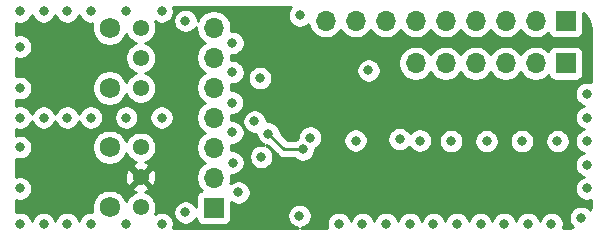
<source format=gbr>
%TF.GenerationSoftware,KiCad,Pcbnew,5.1.10-88a1d61d58~90~ubuntu20.04.1*%
%TF.CreationDate,2021-08-01T07:07:46+02:00*%
%TF.ProjectId,chalkie,6368616c-6b69-4652-9e6b-696361645f70,v1.00*%
%TF.SameCoordinates,Original*%
%TF.FileFunction,Copper,L3,Inr*%
%TF.FilePolarity,Positive*%
%FSLAX46Y46*%
G04 Gerber Fmt 4.6, Leading zero omitted, Abs format (unit mm)*
G04 Created by KiCad (PCBNEW 5.1.10-88a1d61d58~90~ubuntu20.04.1) date 2021-08-01 07:07:46*
%MOMM*%
%LPD*%
G01*
G04 APERTURE LIST*
%TA.AperFunction,ComponentPad*%
%ADD10C,1.725000*%
%TD*%
%TA.AperFunction,ComponentPad*%
%ADD11C,1.381250*%
%TD*%
%TA.AperFunction,ComponentPad*%
%ADD12C,1.381000*%
%TD*%
%TA.AperFunction,ComponentPad*%
%ADD13O,1.700000X1.700000*%
%TD*%
%TA.AperFunction,ComponentPad*%
%ADD14R,1.700000X1.700000*%
%TD*%
%TA.AperFunction,ViaPad*%
%ADD15C,0.800000*%
%TD*%
%TA.AperFunction,Conductor*%
%ADD16C,0.250000*%
%TD*%
%TA.AperFunction,Conductor*%
%ADD17C,0.254000*%
%TD*%
%TA.AperFunction,Conductor*%
%ADD18C,0.100000*%
%TD*%
G04 APERTURE END LIST*
D10*
%TO.N,N/C*%
%TO.C,U2*%
X133590000Y-107590000D03*
X133590000Y-102510000D03*
D11*
%TO.N,GND*%
X136210000Y-107590000D03*
%TO.N,+3V3*%
X136210000Y-105050000D03*
%TO.N,Net-(U2-Pad1)*%
X136210000Y-102510000D03*
%TD*%
D10*
%TO.N,N/C*%
%TO.C,U3*%
X133590000Y-97490000D03*
X133590000Y-92410000D03*
D12*
%TO.N,Net-(U3-Pad3)*%
X136210000Y-97490000D03*
%TO.N,GND*%
X136210000Y-94950000D03*
%TO.N,Net-(C3-Pad2)*%
X136210000Y-92410000D03*
%TD*%
D13*
%TO.N,N/C*%
%TO.C,J1*%
X151880000Y-91800000D03*
%TO.N,+5V*%
X154420000Y-91800000D03*
%TO.N,rxtx_en*%
X156960000Y-91800000D03*
%TO.N,uart_tx*%
X159500000Y-91800000D03*
%TO.N,uart_rx*%
X162040000Y-91800000D03*
%TO.N,GND*%
X164580000Y-91800000D03*
%TO.N,swclk*%
X167120000Y-91800000D03*
%TO.N,swdio*%
X169660000Y-91800000D03*
D14*
%TO.N,GND*%
X172200000Y-91800000D03*
%TD*%
%TO.N,N/C*%
%TO.C,J2*%
X142400000Y-107620000D03*
D13*
%TO.N,hdmi_utility*%
X142400000Y-105080000D03*
%TO.N,N/C*%
X142400000Y-102540000D03*
%TO.N,GND*%
X142400000Y-100000000D03*
%TO.N,N/C*%
X142400000Y-97460000D03*
X142400000Y-94920000D03*
X142400000Y-92380000D03*
%TD*%
D14*
%TO.N,GND*%
%TO.C,J3*%
X172200000Y-95390000D03*
D13*
%TO.N,swdio*%
X169660000Y-95390000D03*
%TO.N,swclk*%
X167120000Y-95390000D03*
%TO.N,GND*%
X164580000Y-95390000D03*
%TO.N,uart_rx*%
X162040000Y-95390000D03*
%TO.N,uart_tx*%
X159500000Y-95390000D03*
%TD*%
D15*
%TO.N,GND*%
X143980000Y-93680000D03*
X145850000Y-100325000D03*
X146430000Y-103320000D03*
X150570000Y-101700000D03*
X159850000Y-101950000D03*
X149700000Y-91340000D03*
X140000000Y-91800000D03*
X146310000Y-96650000D03*
X140000000Y-108030000D03*
X149660000Y-108310000D03*
X158140000Y-101820000D03*
X154420000Y-101940000D03*
X174000000Y-100000000D03*
X173500000Y-108500000D03*
X174000000Y-102000000D03*
X174000000Y-104000000D03*
X174000000Y-106000000D03*
X174000000Y-98000000D03*
X171000000Y-109000000D03*
X169000000Y-109000000D03*
X167000000Y-109000000D03*
X165000000Y-109000000D03*
X163000000Y-109000000D03*
X161000000Y-109000000D03*
X159000000Y-109000000D03*
X157000000Y-109000000D03*
X155000000Y-109000000D03*
X153000000Y-109000000D03*
X155500000Y-96000000D03*
X126000000Y-91000000D03*
X128000000Y-91000000D03*
X130000000Y-91000000D03*
X132000000Y-91000000D03*
X135000000Y-91000000D03*
X138000000Y-91000000D03*
X138000000Y-109000000D03*
X135000000Y-109000000D03*
X132000000Y-109000000D03*
X130000000Y-109000000D03*
X128000000Y-109000000D03*
X126000000Y-109000000D03*
X126000000Y-100000000D03*
X126000000Y-97500000D03*
X126000000Y-94000000D03*
X126000000Y-102500000D03*
X126000000Y-106000000D03*
X135000000Y-100000000D03*
X138000000Y-100000000D03*
X132000000Y-100000000D03*
X130000000Y-100000000D03*
X128000000Y-100000000D03*
X171500000Y-102000000D03*
X168500000Y-102000000D03*
X165500000Y-102000000D03*
X162500000Y-102000000D03*
X143960000Y-98740000D03*
X143990000Y-96150000D03*
X143990000Y-101260000D03*
X144010000Y-103810000D03*
X144500000Y-106340000D03*
%TO.N,+3V3*%
X159850000Y-98050000D03*
X150570000Y-98300000D03*
X146300000Y-91340000D03*
X140000000Y-98800000D03*
X140000000Y-104580000D03*
X146300000Y-108660000D03*
X158140000Y-98120000D03*
%TO.N,rxtx_en*%
X147040000Y-101350000D03*
X149940000Y-102690000D03*
%TD*%
D16*
%TO.N,rxtx_en*%
X148380000Y-102690000D02*
X147040000Y-101350000D01*
X149940000Y-102690000D02*
X148380000Y-102690000D01*
%TD*%
D17*
%TO.N,+3V3*%
X148896063Y-90680226D02*
X148782795Y-90849744D01*
X148704774Y-91038102D01*
X148665000Y-91238061D01*
X148665000Y-91441939D01*
X148704774Y-91641898D01*
X148782795Y-91830256D01*
X148896063Y-91999774D01*
X149040226Y-92143937D01*
X149209744Y-92257205D01*
X149398102Y-92335226D01*
X149598061Y-92375000D01*
X149801939Y-92375000D01*
X150001898Y-92335226D01*
X150190256Y-92257205D01*
X150359774Y-92143937D01*
X150421953Y-92081758D01*
X150452068Y-92233158D01*
X150564010Y-92503411D01*
X150726525Y-92746632D01*
X150933368Y-92953475D01*
X151176589Y-93115990D01*
X151446842Y-93227932D01*
X151733740Y-93285000D01*
X152026260Y-93285000D01*
X152313158Y-93227932D01*
X152583411Y-93115990D01*
X152826632Y-92953475D01*
X153033475Y-92746632D01*
X153150000Y-92572240D01*
X153266525Y-92746632D01*
X153473368Y-92953475D01*
X153716589Y-93115990D01*
X153986842Y-93227932D01*
X154273740Y-93285000D01*
X154566260Y-93285000D01*
X154853158Y-93227932D01*
X155123411Y-93115990D01*
X155366632Y-92953475D01*
X155573475Y-92746632D01*
X155690000Y-92572240D01*
X155806525Y-92746632D01*
X156013368Y-92953475D01*
X156256589Y-93115990D01*
X156526842Y-93227932D01*
X156813740Y-93285000D01*
X157106260Y-93285000D01*
X157393158Y-93227932D01*
X157663411Y-93115990D01*
X157906632Y-92953475D01*
X158113475Y-92746632D01*
X158230000Y-92572240D01*
X158346525Y-92746632D01*
X158553368Y-92953475D01*
X158796589Y-93115990D01*
X159066842Y-93227932D01*
X159353740Y-93285000D01*
X159646260Y-93285000D01*
X159933158Y-93227932D01*
X160203411Y-93115990D01*
X160446632Y-92953475D01*
X160653475Y-92746632D01*
X160770000Y-92572240D01*
X160886525Y-92746632D01*
X161093368Y-92953475D01*
X161336589Y-93115990D01*
X161606842Y-93227932D01*
X161893740Y-93285000D01*
X162186260Y-93285000D01*
X162473158Y-93227932D01*
X162743411Y-93115990D01*
X162986632Y-92953475D01*
X163193475Y-92746632D01*
X163310000Y-92572240D01*
X163426525Y-92746632D01*
X163633368Y-92953475D01*
X163876589Y-93115990D01*
X164146842Y-93227932D01*
X164433740Y-93285000D01*
X164726260Y-93285000D01*
X165013158Y-93227932D01*
X165283411Y-93115990D01*
X165526632Y-92953475D01*
X165733475Y-92746632D01*
X165850000Y-92572240D01*
X165966525Y-92746632D01*
X166173368Y-92953475D01*
X166416589Y-93115990D01*
X166686842Y-93227932D01*
X166973740Y-93285000D01*
X167266260Y-93285000D01*
X167553158Y-93227932D01*
X167823411Y-93115990D01*
X168066632Y-92953475D01*
X168273475Y-92746632D01*
X168390000Y-92572240D01*
X168506525Y-92746632D01*
X168713368Y-92953475D01*
X168956589Y-93115990D01*
X169226842Y-93227932D01*
X169513740Y-93285000D01*
X169806260Y-93285000D01*
X170093158Y-93227932D01*
X170363411Y-93115990D01*
X170606632Y-92953475D01*
X170738487Y-92821620D01*
X170760498Y-92894180D01*
X170819463Y-93004494D01*
X170898815Y-93101185D01*
X170995506Y-93180537D01*
X171105820Y-93239502D01*
X171225518Y-93275812D01*
X171350000Y-93288072D01*
X173050000Y-93288072D01*
X173174482Y-93275812D01*
X173294180Y-93239502D01*
X173404494Y-93180537D01*
X173501185Y-93101185D01*
X173580537Y-93004494D01*
X173639502Y-92894180D01*
X173675812Y-92774482D01*
X173688072Y-92650000D01*
X173688072Y-91110001D01*
X173794299Y-91196637D01*
X174022806Y-91472856D01*
X174193310Y-91788197D01*
X174299319Y-92130656D01*
X174340000Y-92517712D01*
X174340000Y-97020557D01*
X174301898Y-97004774D01*
X174101939Y-96965000D01*
X173898061Y-96965000D01*
X173698102Y-97004774D01*
X173509744Y-97082795D01*
X173340226Y-97196063D01*
X173196063Y-97340226D01*
X173082795Y-97509744D01*
X173004774Y-97698102D01*
X172965000Y-97898061D01*
X172965000Y-98101939D01*
X173004774Y-98301898D01*
X173082795Y-98490256D01*
X173196063Y-98659774D01*
X173340226Y-98803937D01*
X173509744Y-98917205D01*
X173698102Y-98995226D01*
X173722103Y-99000000D01*
X173698102Y-99004774D01*
X173509744Y-99082795D01*
X173340226Y-99196063D01*
X173196063Y-99340226D01*
X173082795Y-99509744D01*
X173004774Y-99698102D01*
X172965000Y-99898061D01*
X172965000Y-100101939D01*
X173004774Y-100301898D01*
X173082795Y-100490256D01*
X173196063Y-100659774D01*
X173340226Y-100803937D01*
X173509744Y-100917205D01*
X173698102Y-100995226D01*
X173722103Y-101000000D01*
X173698102Y-101004774D01*
X173509744Y-101082795D01*
X173340226Y-101196063D01*
X173196063Y-101340226D01*
X173082795Y-101509744D01*
X173004774Y-101698102D01*
X172965000Y-101898061D01*
X172965000Y-102101939D01*
X173004774Y-102301898D01*
X173082795Y-102490256D01*
X173196063Y-102659774D01*
X173340226Y-102803937D01*
X173509744Y-102917205D01*
X173698102Y-102995226D01*
X173722103Y-103000000D01*
X173698102Y-103004774D01*
X173509744Y-103082795D01*
X173340226Y-103196063D01*
X173196063Y-103340226D01*
X173082795Y-103509744D01*
X173004774Y-103698102D01*
X172965000Y-103898061D01*
X172965000Y-104101939D01*
X173004774Y-104301898D01*
X173082795Y-104490256D01*
X173196063Y-104659774D01*
X173340226Y-104803937D01*
X173509744Y-104917205D01*
X173698102Y-104995226D01*
X173722103Y-105000000D01*
X173698102Y-105004774D01*
X173509744Y-105082795D01*
X173340226Y-105196063D01*
X173196063Y-105340226D01*
X173082795Y-105509744D01*
X173004774Y-105698102D01*
X172965000Y-105898061D01*
X172965000Y-106101939D01*
X173004774Y-106301898D01*
X173082795Y-106490256D01*
X173196063Y-106659774D01*
X173340226Y-106803937D01*
X173509744Y-106917205D01*
X173698102Y-106995226D01*
X173898061Y-107035000D01*
X174101939Y-107035000D01*
X174301898Y-106995226D01*
X174340001Y-106979443D01*
X174340001Y-107467711D01*
X174303517Y-107839806D01*
X174159774Y-107696063D01*
X173990256Y-107582795D01*
X173801898Y-107504774D01*
X173601939Y-107465000D01*
X173398061Y-107465000D01*
X173198102Y-107504774D01*
X173009744Y-107582795D01*
X172840226Y-107696063D01*
X172696063Y-107840226D01*
X172582795Y-108009744D01*
X172504774Y-108198102D01*
X172465000Y-108398061D01*
X172465000Y-108601939D01*
X172504774Y-108801898D01*
X172582795Y-108990256D01*
X172696063Y-109159774D01*
X172838816Y-109302527D01*
X172482288Y-109340000D01*
X171979444Y-109340000D01*
X171995226Y-109301898D01*
X172035000Y-109101939D01*
X172035000Y-108898061D01*
X171995226Y-108698102D01*
X171917205Y-108509744D01*
X171803937Y-108340226D01*
X171659774Y-108196063D01*
X171490256Y-108082795D01*
X171301898Y-108004774D01*
X171101939Y-107965000D01*
X170898061Y-107965000D01*
X170698102Y-108004774D01*
X170509744Y-108082795D01*
X170340226Y-108196063D01*
X170196063Y-108340226D01*
X170082795Y-108509744D01*
X170004774Y-108698102D01*
X170000000Y-108722103D01*
X169995226Y-108698102D01*
X169917205Y-108509744D01*
X169803937Y-108340226D01*
X169659774Y-108196063D01*
X169490256Y-108082795D01*
X169301898Y-108004774D01*
X169101939Y-107965000D01*
X168898061Y-107965000D01*
X168698102Y-108004774D01*
X168509744Y-108082795D01*
X168340226Y-108196063D01*
X168196063Y-108340226D01*
X168082795Y-108509744D01*
X168004774Y-108698102D01*
X168000000Y-108722103D01*
X167995226Y-108698102D01*
X167917205Y-108509744D01*
X167803937Y-108340226D01*
X167659774Y-108196063D01*
X167490256Y-108082795D01*
X167301898Y-108004774D01*
X167101939Y-107965000D01*
X166898061Y-107965000D01*
X166698102Y-108004774D01*
X166509744Y-108082795D01*
X166340226Y-108196063D01*
X166196063Y-108340226D01*
X166082795Y-108509744D01*
X166004774Y-108698102D01*
X166000000Y-108722103D01*
X165995226Y-108698102D01*
X165917205Y-108509744D01*
X165803937Y-108340226D01*
X165659774Y-108196063D01*
X165490256Y-108082795D01*
X165301898Y-108004774D01*
X165101939Y-107965000D01*
X164898061Y-107965000D01*
X164698102Y-108004774D01*
X164509744Y-108082795D01*
X164340226Y-108196063D01*
X164196063Y-108340226D01*
X164082795Y-108509744D01*
X164004774Y-108698102D01*
X164000000Y-108722103D01*
X163995226Y-108698102D01*
X163917205Y-108509744D01*
X163803937Y-108340226D01*
X163659774Y-108196063D01*
X163490256Y-108082795D01*
X163301898Y-108004774D01*
X163101939Y-107965000D01*
X162898061Y-107965000D01*
X162698102Y-108004774D01*
X162509744Y-108082795D01*
X162340226Y-108196063D01*
X162196063Y-108340226D01*
X162082795Y-108509744D01*
X162004774Y-108698102D01*
X162000000Y-108722103D01*
X161995226Y-108698102D01*
X161917205Y-108509744D01*
X161803937Y-108340226D01*
X161659774Y-108196063D01*
X161490256Y-108082795D01*
X161301898Y-108004774D01*
X161101939Y-107965000D01*
X160898061Y-107965000D01*
X160698102Y-108004774D01*
X160509744Y-108082795D01*
X160340226Y-108196063D01*
X160196063Y-108340226D01*
X160082795Y-108509744D01*
X160004774Y-108698102D01*
X160000000Y-108722103D01*
X159995226Y-108698102D01*
X159917205Y-108509744D01*
X159803937Y-108340226D01*
X159659774Y-108196063D01*
X159490256Y-108082795D01*
X159301898Y-108004774D01*
X159101939Y-107965000D01*
X158898061Y-107965000D01*
X158698102Y-108004774D01*
X158509744Y-108082795D01*
X158340226Y-108196063D01*
X158196063Y-108340226D01*
X158082795Y-108509744D01*
X158004774Y-108698102D01*
X158000000Y-108722103D01*
X157995226Y-108698102D01*
X157917205Y-108509744D01*
X157803937Y-108340226D01*
X157659774Y-108196063D01*
X157490256Y-108082795D01*
X157301898Y-108004774D01*
X157101939Y-107965000D01*
X156898061Y-107965000D01*
X156698102Y-108004774D01*
X156509744Y-108082795D01*
X156340226Y-108196063D01*
X156196063Y-108340226D01*
X156082795Y-108509744D01*
X156004774Y-108698102D01*
X156000000Y-108722103D01*
X155995226Y-108698102D01*
X155917205Y-108509744D01*
X155803937Y-108340226D01*
X155659774Y-108196063D01*
X155490256Y-108082795D01*
X155301898Y-108004774D01*
X155101939Y-107965000D01*
X154898061Y-107965000D01*
X154698102Y-108004774D01*
X154509744Y-108082795D01*
X154340226Y-108196063D01*
X154196063Y-108340226D01*
X154082795Y-108509744D01*
X154004774Y-108698102D01*
X154000000Y-108722103D01*
X153995226Y-108698102D01*
X153917205Y-108509744D01*
X153803937Y-108340226D01*
X153659774Y-108196063D01*
X153490256Y-108082795D01*
X153301898Y-108004774D01*
X153101939Y-107965000D01*
X152898061Y-107965000D01*
X152698102Y-108004774D01*
X152509744Y-108082795D01*
X152340226Y-108196063D01*
X152196063Y-108340226D01*
X152082795Y-108509744D01*
X152004774Y-108698102D01*
X151965000Y-108898061D01*
X151965000Y-109101939D01*
X152004774Y-109301898D01*
X152020556Y-109340000D01*
X149787076Y-109340000D01*
X149961898Y-109305226D01*
X150150256Y-109227205D01*
X150319774Y-109113937D01*
X150463937Y-108969774D01*
X150577205Y-108800256D01*
X150655226Y-108611898D01*
X150695000Y-108411939D01*
X150695000Y-108208061D01*
X150655226Y-108008102D01*
X150577205Y-107819744D01*
X150463937Y-107650226D01*
X150319774Y-107506063D01*
X150150256Y-107392795D01*
X149961898Y-107314774D01*
X149761939Y-107275000D01*
X149558061Y-107275000D01*
X149358102Y-107314774D01*
X149169744Y-107392795D01*
X149000226Y-107506063D01*
X148856063Y-107650226D01*
X148742795Y-107819744D01*
X148664774Y-108008102D01*
X148625000Y-108208061D01*
X148625000Y-108411939D01*
X148664774Y-108611898D01*
X148742795Y-108800256D01*
X148856063Y-108969774D01*
X149000226Y-109113937D01*
X149169744Y-109227205D01*
X149358102Y-109305226D01*
X149532924Y-109340000D01*
X138979444Y-109340000D01*
X138995226Y-109301898D01*
X139035000Y-109101939D01*
X139035000Y-108898061D01*
X138995226Y-108698102D01*
X138917205Y-108509744D01*
X138803937Y-108340226D01*
X138659774Y-108196063D01*
X138490256Y-108082795D01*
X138301898Y-108004774D01*
X138101939Y-107965000D01*
X137898061Y-107965000D01*
X137698102Y-108004774D01*
X137509744Y-108082795D01*
X137414311Y-108146561D01*
X137484682Y-107976671D01*
X137535625Y-107720563D01*
X137535625Y-107459437D01*
X137484682Y-107203329D01*
X137384754Y-106962081D01*
X137239680Y-106744963D01*
X137055037Y-106560320D01*
X136837919Y-106415246D01*
X136602793Y-106317854D01*
X136788092Y-106250058D01*
X136886641Y-106197382D01*
X136944963Y-105964568D01*
X136210000Y-105229605D01*
X135475037Y-105964568D01*
X135533359Y-106197382D01*
X135770204Y-106307342D01*
X135815828Y-106318425D01*
X135582081Y-106415246D01*
X135364963Y-106560320D01*
X135180320Y-106744963D01*
X135035246Y-106962081D01*
X134993018Y-107064029D01*
X134917067Y-106880668D01*
X134753184Y-106635399D01*
X134544601Y-106426816D01*
X134299332Y-106262933D01*
X134026805Y-106150048D01*
X133737491Y-106092500D01*
X133442509Y-106092500D01*
X133153195Y-106150048D01*
X132880668Y-106262933D01*
X132635399Y-106426816D01*
X132426816Y-106635399D01*
X132262933Y-106880668D01*
X132150048Y-107153195D01*
X132092500Y-107442509D01*
X132092500Y-107737491D01*
X132139230Y-107972418D01*
X132101939Y-107965000D01*
X131898061Y-107965000D01*
X131698102Y-108004774D01*
X131509744Y-108082795D01*
X131340226Y-108196063D01*
X131196063Y-108340226D01*
X131082795Y-108509744D01*
X131004774Y-108698102D01*
X131000000Y-108722103D01*
X130995226Y-108698102D01*
X130917205Y-108509744D01*
X130803937Y-108340226D01*
X130659774Y-108196063D01*
X130490256Y-108082795D01*
X130301898Y-108004774D01*
X130101939Y-107965000D01*
X129898061Y-107965000D01*
X129698102Y-108004774D01*
X129509744Y-108082795D01*
X129340226Y-108196063D01*
X129196063Y-108340226D01*
X129082795Y-108509744D01*
X129004774Y-108698102D01*
X129000000Y-108722103D01*
X128995226Y-108698102D01*
X128917205Y-108509744D01*
X128803937Y-108340226D01*
X128659774Y-108196063D01*
X128490256Y-108082795D01*
X128301898Y-108004774D01*
X128101939Y-107965000D01*
X127898061Y-107965000D01*
X127698102Y-108004774D01*
X127509744Y-108082795D01*
X127340226Y-108196063D01*
X127196063Y-108340226D01*
X127082795Y-108509744D01*
X127004774Y-108698102D01*
X127000000Y-108722103D01*
X126995226Y-108698102D01*
X126917205Y-108509744D01*
X126803937Y-108340226D01*
X126659774Y-108196063D01*
X126490256Y-108082795D01*
X126301898Y-108004774D01*
X126101939Y-107965000D01*
X125898061Y-107965000D01*
X125698102Y-108004774D01*
X125660000Y-108020556D01*
X125660000Y-106979444D01*
X125698102Y-106995226D01*
X125898061Y-107035000D01*
X126101939Y-107035000D01*
X126301898Y-106995226D01*
X126490256Y-106917205D01*
X126659774Y-106803937D01*
X126803937Y-106659774D01*
X126917205Y-106490256D01*
X126995226Y-106301898D01*
X127035000Y-106101939D01*
X127035000Y-105898061D01*
X126995226Y-105698102D01*
X126917205Y-105509744D01*
X126803937Y-105340226D01*
X126659774Y-105196063D01*
X126553189Y-105124845D01*
X134880064Y-105124845D01*
X134920220Y-105382865D01*
X135009942Y-105628092D01*
X135062618Y-105726641D01*
X135295432Y-105784963D01*
X136030395Y-105050000D01*
X136389605Y-105050000D01*
X137124568Y-105784963D01*
X137357382Y-105726641D01*
X137467342Y-105489796D01*
X137528983Y-105236050D01*
X137539936Y-104975155D01*
X137499780Y-104717135D01*
X137410058Y-104471908D01*
X137357382Y-104373359D01*
X137124568Y-104315037D01*
X136389605Y-105050000D01*
X136030395Y-105050000D01*
X135295432Y-104315037D01*
X135062618Y-104373359D01*
X134952658Y-104610204D01*
X134891017Y-104863950D01*
X134880064Y-105124845D01*
X126553189Y-105124845D01*
X126490256Y-105082795D01*
X126301898Y-105004774D01*
X126101939Y-104965000D01*
X125898061Y-104965000D01*
X125698102Y-105004774D01*
X125660000Y-105020556D01*
X125660000Y-103479444D01*
X125698102Y-103495226D01*
X125898061Y-103535000D01*
X126101939Y-103535000D01*
X126301898Y-103495226D01*
X126490256Y-103417205D01*
X126659774Y-103303937D01*
X126803937Y-103159774D01*
X126917205Y-102990256D01*
X126995226Y-102801898D01*
X127035000Y-102601939D01*
X127035000Y-102398061D01*
X127027929Y-102362509D01*
X132092500Y-102362509D01*
X132092500Y-102657491D01*
X132150048Y-102946805D01*
X132262933Y-103219332D01*
X132426816Y-103464601D01*
X132635399Y-103673184D01*
X132880668Y-103837067D01*
X133153195Y-103949952D01*
X133442509Y-104007500D01*
X133737491Y-104007500D01*
X134026805Y-103949952D01*
X134299332Y-103837067D01*
X134544601Y-103673184D01*
X134753184Y-103464601D01*
X134917067Y-103219332D01*
X134993018Y-103035971D01*
X135035246Y-103137919D01*
X135180320Y-103355037D01*
X135364963Y-103539680D01*
X135582081Y-103684754D01*
X135817207Y-103782146D01*
X135631908Y-103849942D01*
X135533359Y-103902618D01*
X135475037Y-104135432D01*
X136210000Y-104870395D01*
X136944963Y-104135432D01*
X136886641Y-103902618D01*
X136649796Y-103792658D01*
X136604172Y-103781575D01*
X136837919Y-103684754D01*
X137055037Y-103539680D01*
X137239680Y-103355037D01*
X137384754Y-103137919D01*
X137484682Y-102896671D01*
X137535625Y-102640563D01*
X137535625Y-102379437D01*
X137484682Y-102123329D01*
X137384754Y-101882081D01*
X137239680Y-101664963D01*
X137055037Y-101480320D01*
X136837919Y-101335246D01*
X136596671Y-101235318D01*
X136340563Y-101184375D01*
X136079437Y-101184375D01*
X135823329Y-101235318D01*
X135582081Y-101335246D01*
X135364963Y-101480320D01*
X135180320Y-101664963D01*
X135035246Y-101882081D01*
X134993018Y-101984029D01*
X134917067Y-101800668D01*
X134753184Y-101555399D01*
X134544601Y-101346816D01*
X134299332Y-101182933D01*
X134026805Y-101070048D01*
X133737491Y-101012500D01*
X133442509Y-101012500D01*
X133153195Y-101070048D01*
X132880668Y-101182933D01*
X132635399Y-101346816D01*
X132426816Y-101555399D01*
X132262933Y-101800668D01*
X132150048Y-102073195D01*
X132092500Y-102362509D01*
X127027929Y-102362509D01*
X126995226Y-102198102D01*
X126917205Y-102009744D01*
X126803937Y-101840226D01*
X126659774Y-101696063D01*
X126490256Y-101582795D01*
X126301898Y-101504774D01*
X126101939Y-101465000D01*
X125898061Y-101465000D01*
X125698102Y-101504774D01*
X125660000Y-101520556D01*
X125660000Y-100979444D01*
X125698102Y-100995226D01*
X125898061Y-101035000D01*
X126101939Y-101035000D01*
X126301898Y-100995226D01*
X126490256Y-100917205D01*
X126659774Y-100803937D01*
X126803937Y-100659774D01*
X126917205Y-100490256D01*
X126995226Y-100301898D01*
X127000000Y-100277897D01*
X127004774Y-100301898D01*
X127082795Y-100490256D01*
X127196063Y-100659774D01*
X127340226Y-100803937D01*
X127509744Y-100917205D01*
X127698102Y-100995226D01*
X127898061Y-101035000D01*
X128101939Y-101035000D01*
X128301898Y-100995226D01*
X128490256Y-100917205D01*
X128659774Y-100803937D01*
X128803937Y-100659774D01*
X128917205Y-100490256D01*
X128995226Y-100301898D01*
X129000000Y-100277897D01*
X129004774Y-100301898D01*
X129082795Y-100490256D01*
X129196063Y-100659774D01*
X129340226Y-100803937D01*
X129509744Y-100917205D01*
X129698102Y-100995226D01*
X129898061Y-101035000D01*
X130101939Y-101035000D01*
X130301898Y-100995226D01*
X130490256Y-100917205D01*
X130659774Y-100803937D01*
X130803937Y-100659774D01*
X130917205Y-100490256D01*
X130995226Y-100301898D01*
X131000000Y-100277897D01*
X131004774Y-100301898D01*
X131082795Y-100490256D01*
X131196063Y-100659774D01*
X131340226Y-100803937D01*
X131509744Y-100917205D01*
X131698102Y-100995226D01*
X131898061Y-101035000D01*
X132101939Y-101035000D01*
X132301898Y-100995226D01*
X132490256Y-100917205D01*
X132659774Y-100803937D01*
X132803937Y-100659774D01*
X132917205Y-100490256D01*
X132995226Y-100301898D01*
X133035000Y-100101939D01*
X133035000Y-99898061D01*
X133965000Y-99898061D01*
X133965000Y-100101939D01*
X134004774Y-100301898D01*
X134082795Y-100490256D01*
X134196063Y-100659774D01*
X134340226Y-100803937D01*
X134509744Y-100917205D01*
X134698102Y-100995226D01*
X134898061Y-101035000D01*
X135101939Y-101035000D01*
X135301898Y-100995226D01*
X135490256Y-100917205D01*
X135659774Y-100803937D01*
X135803937Y-100659774D01*
X135917205Y-100490256D01*
X135995226Y-100301898D01*
X136035000Y-100101939D01*
X136035000Y-99898061D01*
X136965000Y-99898061D01*
X136965000Y-100101939D01*
X137004774Y-100301898D01*
X137082795Y-100490256D01*
X137196063Y-100659774D01*
X137340226Y-100803937D01*
X137509744Y-100917205D01*
X137698102Y-100995226D01*
X137898061Y-101035000D01*
X138101939Y-101035000D01*
X138301898Y-100995226D01*
X138490256Y-100917205D01*
X138659774Y-100803937D01*
X138803937Y-100659774D01*
X138917205Y-100490256D01*
X138995226Y-100301898D01*
X139035000Y-100101939D01*
X139035000Y-99898061D01*
X138995226Y-99698102D01*
X138917205Y-99509744D01*
X138803937Y-99340226D01*
X138659774Y-99196063D01*
X138490256Y-99082795D01*
X138301898Y-99004774D01*
X138101939Y-98965000D01*
X137898061Y-98965000D01*
X137698102Y-99004774D01*
X137509744Y-99082795D01*
X137340226Y-99196063D01*
X137196063Y-99340226D01*
X137082795Y-99509744D01*
X137004774Y-99698102D01*
X136965000Y-99898061D01*
X136035000Y-99898061D01*
X135995226Y-99698102D01*
X135917205Y-99509744D01*
X135803937Y-99340226D01*
X135659774Y-99196063D01*
X135490256Y-99082795D01*
X135301898Y-99004774D01*
X135101939Y-98965000D01*
X134898061Y-98965000D01*
X134698102Y-99004774D01*
X134509744Y-99082795D01*
X134340226Y-99196063D01*
X134196063Y-99340226D01*
X134082795Y-99509744D01*
X134004774Y-99698102D01*
X133965000Y-99898061D01*
X133035000Y-99898061D01*
X132995226Y-99698102D01*
X132917205Y-99509744D01*
X132803937Y-99340226D01*
X132659774Y-99196063D01*
X132490256Y-99082795D01*
X132301898Y-99004774D01*
X132101939Y-98965000D01*
X131898061Y-98965000D01*
X131698102Y-99004774D01*
X131509744Y-99082795D01*
X131340226Y-99196063D01*
X131196063Y-99340226D01*
X131082795Y-99509744D01*
X131004774Y-99698102D01*
X131000000Y-99722103D01*
X130995226Y-99698102D01*
X130917205Y-99509744D01*
X130803937Y-99340226D01*
X130659774Y-99196063D01*
X130490256Y-99082795D01*
X130301898Y-99004774D01*
X130101939Y-98965000D01*
X129898061Y-98965000D01*
X129698102Y-99004774D01*
X129509744Y-99082795D01*
X129340226Y-99196063D01*
X129196063Y-99340226D01*
X129082795Y-99509744D01*
X129004774Y-99698102D01*
X129000000Y-99722103D01*
X128995226Y-99698102D01*
X128917205Y-99509744D01*
X128803937Y-99340226D01*
X128659774Y-99196063D01*
X128490256Y-99082795D01*
X128301898Y-99004774D01*
X128101939Y-98965000D01*
X127898061Y-98965000D01*
X127698102Y-99004774D01*
X127509744Y-99082795D01*
X127340226Y-99196063D01*
X127196063Y-99340226D01*
X127082795Y-99509744D01*
X127004774Y-99698102D01*
X127000000Y-99722103D01*
X126995226Y-99698102D01*
X126917205Y-99509744D01*
X126803937Y-99340226D01*
X126659774Y-99196063D01*
X126490256Y-99082795D01*
X126301898Y-99004774D01*
X126101939Y-98965000D01*
X125898061Y-98965000D01*
X125698102Y-99004774D01*
X125660000Y-99020556D01*
X125660000Y-98479444D01*
X125698102Y-98495226D01*
X125898061Y-98535000D01*
X126101939Y-98535000D01*
X126301898Y-98495226D01*
X126490256Y-98417205D01*
X126659774Y-98303937D01*
X126803937Y-98159774D01*
X126917205Y-97990256D01*
X126995226Y-97801898D01*
X127035000Y-97601939D01*
X127035000Y-97398061D01*
X126995226Y-97198102D01*
X126917205Y-97009744D01*
X126803937Y-96840226D01*
X126659774Y-96696063D01*
X126490256Y-96582795D01*
X126301898Y-96504774D01*
X126101939Y-96465000D01*
X125898061Y-96465000D01*
X125698102Y-96504774D01*
X125660000Y-96520556D01*
X125660000Y-94979444D01*
X125698102Y-94995226D01*
X125898061Y-95035000D01*
X126101939Y-95035000D01*
X126301898Y-94995226D01*
X126490256Y-94917205D01*
X126659774Y-94803937D01*
X126803937Y-94659774D01*
X126917205Y-94490256D01*
X126995226Y-94301898D01*
X127035000Y-94101939D01*
X127035000Y-93898061D01*
X126995226Y-93698102D01*
X126917205Y-93509744D01*
X126803937Y-93340226D01*
X126659774Y-93196063D01*
X126490256Y-93082795D01*
X126301898Y-93004774D01*
X126101939Y-92965000D01*
X125898061Y-92965000D01*
X125698102Y-93004774D01*
X125660000Y-93020556D01*
X125660000Y-91979444D01*
X125698102Y-91995226D01*
X125898061Y-92035000D01*
X126101939Y-92035000D01*
X126301898Y-91995226D01*
X126490256Y-91917205D01*
X126659774Y-91803937D01*
X126803937Y-91659774D01*
X126917205Y-91490256D01*
X126995226Y-91301898D01*
X127000000Y-91277897D01*
X127004774Y-91301898D01*
X127082795Y-91490256D01*
X127196063Y-91659774D01*
X127340226Y-91803937D01*
X127509744Y-91917205D01*
X127698102Y-91995226D01*
X127898061Y-92035000D01*
X128101939Y-92035000D01*
X128301898Y-91995226D01*
X128490256Y-91917205D01*
X128659774Y-91803937D01*
X128803937Y-91659774D01*
X128917205Y-91490256D01*
X128995226Y-91301898D01*
X129000000Y-91277897D01*
X129004774Y-91301898D01*
X129082795Y-91490256D01*
X129196063Y-91659774D01*
X129340226Y-91803937D01*
X129509744Y-91917205D01*
X129698102Y-91995226D01*
X129898061Y-92035000D01*
X130101939Y-92035000D01*
X130301898Y-91995226D01*
X130490256Y-91917205D01*
X130659774Y-91803937D01*
X130803937Y-91659774D01*
X130917205Y-91490256D01*
X130995226Y-91301898D01*
X131000000Y-91277897D01*
X131004774Y-91301898D01*
X131082795Y-91490256D01*
X131196063Y-91659774D01*
X131340226Y-91803937D01*
X131509744Y-91917205D01*
X131698102Y-91995226D01*
X131898061Y-92035000D01*
X132101939Y-92035000D01*
X132139230Y-92027582D01*
X132092500Y-92262509D01*
X132092500Y-92557491D01*
X132150048Y-92846805D01*
X132262933Y-93119332D01*
X132426816Y-93364601D01*
X132635399Y-93573184D01*
X132880668Y-93737067D01*
X133153195Y-93849952D01*
X133442509Y-93907500D01*
X133737491Y-93907500D01*
X134026805Y-93849952D01*
X134299332Y-93737067D01*
X134544601Y-93573184D01*
X134753184Y-93364601D01*
X134917067Y-93119332D01*
X134993086Y-92935808D01*
X135035357Y-93037860D01*
X135180417Y-93254957D01*
X135365043Y-93439583D01*
X135582140Y-93584643D01*
X135812352Y-93680000D01*
X135582140Y-93775357D01*
X135365043Y-93920417D01*
X135180417Y-94105043D01*
X135035357Y-94322140D01*
X134935438Y-94563366D01*
X134884500Y-94819450D01*
X134884500Y-95080550D01*
X134935438Y-95336634D01*
X135035357Y-95577860D01*
X135180417Y-95794957D01*
X135365043Y-95979583D01*
X135582140Y-96124643D01*
X135812352Y-96220000D01*
X135582140Y-96315357D01*
X135365043Y-96460417D01*
X135180417Y-96645043D01*
X135035357Y-96862140D01*
X134993086Y-96964192D01*
X134917067Y-96780668D01*
X134753184Y-96535399D01*
X134544601Y-96326816D01*
X134299332Y-96162933D01*
X134026805Y-96050048D01*
X133737491Y-95992500D01*
X133442509Y-95992500D01*
X133153195Y-96050048D01*
X132880668Y-96162933D01*
X132635399Y-96326816D01*
X132426816Y-96535399D01*
X132262933Y-96780668D01*
X132150048Y-97053195D01*
X132092500Y-97342509D01*
X132092500Y-97637491D01*
X132150048Y-97926805D01*
X132262933Y-98199332D01*
X132426816Y-98444601D01*
X132635399Y-98653184D01*
X132880668Y-98817067D01*
X133153195Y-98929952D01*
X133442509Y-98987500D01*
X133737491Y-98987500D01*
X134026805Y-98929952D01*
X134299332Y-98817067D01*
X134544601Y-98653184D01*
X134753184Y-98444601D01*
X134917067Y-98199332D01*
X134993086Y-98015808D01*
X135035357Y-98117860D01*
X135180417Y-98334957D01*
X135365043Y-98519583D01*
X135582140Y-98664643D01*
X135823366Y-98764562D01*
X136079450Y-98815500D01*
X136340550Y-98815500D01*
X136596634Y-98764562D01*
X136837860Y-98664643D01*
X137054957Y-98519583D01*
X137239583Y-98334957D01*
X137384643Y-98117860D01*
X137484562Y-97876634D01*
X137535500Y-97620550D01*
X137535500Y-97359450D01*
X137484562Y-97103366D01*
X137384643Y-96862140D01*
X137239583Y-96645043D01*
X137054957Y-96460417D01*
X136837860Y-96315357D01*
X136607648Y-96220000D01*
X136837860Y-96124643D01*
X137054957Y-95979583D01*
X137239583Y-95794957D01*
X137384643Y-95577860D01*
X137484562Y-95336634D01*
X137535500Y-95080550D01*
X137535500Y-94819450D01*
X137484562Y-94563366D01*
X137384643Y-94322140D01*
X137239583Y-94105043D01*
X137054957Y-93920417D01*
X136837860Y-93775357D01*
X136607648Y-93680000D01*
X136837860Y-93584643D01*
X137054957Y-93439583D01*
X137239583Y-93254957D01*
X137384643Y-93037860D01*
X137484562Y-92796634D01*
X137535500Y-92540550D01*
X137535500Y-92279450D01*
X137484562Y-92023366D01*
X137414124Y-91853314D01*
X137509744Y-91917205D01*
X137698102Y-91995226D01*
X137898061Y-92035000D01*
X138101939Y-92035000D01*
X138301898Y-91995226D01*
X138490256Y-91917205D01*
X138659774Y-91803937D01*
X138765650Y-91698061D01*
X138965000Y-91698061D01*
X138965000Y-91901939D01*
X139004774Y-92101898D01*
X139082795Y-92290256D01*
X139196063Y-92459774D01*
X139340226Y-92603937D01*
X139509744Y-92717205D01*
X139698102Y-92795226D01*
X139898061Y-92835000D01*
X140101939Y-92835000D01*
X140301898Y-92795226D01*
X140490256Y-92717205D01*
X140659774Y-92603937D01*
X140803937Y-92459774D01*
X140915000Y-92293556D01*
X140915000Y-92526260D01*
X140972068Y-92813158D01*
X141084010Y-93083411D01*
X141246525Y-93326632D01*
X141453368Y-93533475D01*
X141627760Y-93650000D01*
X141453368Y-93766525D01*
X141246525Y-93973368D01*
X141084010Y-94216589D01*
X140972068Y-94486842D01*
X140915000Y-94773740D01*
X140915000Y-95066260D01*
X140972068Y-95353158D01*
X141084010Y-95623411D01*
X141246525Y-95866632D01*
X141453368Y-96073475D01*
X141627760Y-96190000D01*
X141453368Y-96306525D01*
X141246525Y-96513368D01*
X141084010Y-96756589D01*
X140972068Y-97026842D01*
X140915000Y-97313740D01*
X140915000Y-97606260D01*
X140972068Y-97893158D01*
X141084010Y-98163411D01*
X141246525Y-98406632D01*
X141453368Y-98613475D01*
X141627760Y-98730000D01*
X141453368Y-98846525D01*
X141246525Y-99053368D01*
X141084010Y-99296589D01*
X140972068Y-99566842D01*
X140915000Y-99853740D01*
X140915000Y-100146260D01*
X140972068Y-100433158D01*
X141084010Y-100703411D01*
X141246525Y-100946632D01*
X141453368Y-101153475D01*
X141627760Y-101270000D01*
X141453368Y-101386525D01*
X141246525Y-101593368D01*
X141084010Y-101836589D01*
X140972068Y-102106842D01*
X140915000Y-102393740D01*
X140915000Y-102686260D01*
X140972068Y-102973158D01*
X141084010Y-103243411D01*
X141246525Y-103486632D01*
X141453368Y-103693475D01*
X141627760Y-103810000D01*
X141453368Y-103926525D01*
X141246525Y-104133368D01*
X141084010Y-104376589D01*
X140972068Y-104646842D01*
X140915000Y-104933740D01*
X140915000Y-105226260D01*
X140972068Y-105513158D01*
X141084010Y-105783411D01*
X141246525Y-106026632D01*
X141378380Y-106158487D01*
X141305820Y-106180498D01*
X141195506Y-106239463D01*
X141098815Y-106318815D01*
X141019463Y-106415506D01*
X140960498Y-106525820D01*
X140924188Y-106645518D01*
X140911928Y-106770000D01*
X140911928Y-107531846D01*
X140803937Y-107370226D01*
X140659774Y-107226063D01*
X140490256Y-107112795D01*
X140301898Y-107034774D01*
X140101939Y-106995000D01*
X139898061Y-106995000D01*
X139698102Y-107034774D01*
X139509744Y-107112795D01*
X139340226Y-107226063D01*
X139196063Y-107370226D01*
X139082795Y-107539744D01*
X139004774Y-107728102D01*
X138965000Y-107928061D01*
X138965000Y-108131939D01*
X139004774Y-108331898D01*
X139082795Y-108520256D01*
X139196063Y-108689774D01*
X139340226Y-108833937D01*
X139509744Y-108947205D01*
X139698102Y-109025226D01*
X139898061Y-109065000D01*
X140101939Y-109065000D01*
X140301898Y-109025226D01*
X140490256Y-108947205D01*
X140659774Y-108833937D01*
X140803937Y-108689774D01*
X140916920Y-108520683D01*
X140924188Y-108594482D01*
X140960498Y-108714180D01*
X141019463Y-108824494D01*
X141098815Y-108921185D01*
X141195506Y-109000537D01*
X141305820Y-109059502D01*
X141425518Y-109095812D01*
X141550000Y-109108072D01*
X143250000Y-109108072D01*
X143374482Y-109095812D01*
X143494180Y-109059502D01*
X143604494Y-109000537D01*
X143701185Y-108921185D01*
X143780537Y-108824494D01*
X143839502Y-108714180D01*
X143875812Y-108594482D01*
X143888072Y-108470000D01*
X143888072Y-107175907D01*
X144009744Y-107257205D01*
X144198102Y-107335226D01*
X144398061Y-107375000D01*
X144601939Y-107375000D01*
X144801898Y-107335226D01*
X144990256Y-107257205D01*
X145159774Y-107143937D01*
X145303937Y-106999774D01*
X145417205Y-106830256D01*
X145495226Y-106641898D01*
X145535000Y-106441939D01*
X145535000Y-106238061D01*
X145495226Y-106038102D01*
X145417205Y-105849744D01*
X145303937Y-105680226D01*
X145159774Y-105536063D01*
X144990256Y-105422795D01*
X144801898Y-105344774D01*
X144601939Y-105305000D01*
X144398061Y-105305000D01*
X144198102Y-105344774D01*
X144009744Y-105422795D01*
X143840226Y-105536063D01*
X143803043Y-105573246D01*
X143827932Y-105513158D01*
X143885000Y-105226260D01*
X143885000Y-104933740D01*
X143865671Y-104836568D01*
X143908061Y-104845000D01*
X144111939Y-104845000D01*
X144311898Y-104805226D01*
X144500256Y-104727205D01*
X144669774Y-104613937D01*
X144813937Y-104469774D01*
X144927205Y-104300256D01*
X145005226Y-104111898D01*
X145045000Y-103911939D01*
X145045000Y-103708061D01*
X145005226Y-103508102D01*
X144927205Y-103319744D01*
X144813937Y-103150226D01*
X144669774Y-103006063D01*
X144500256Y-102892795D01*
X144311898Y-102814774D01*
X144111939Y-102775000D01*
X143908061Y-102775000D01*
X143865671Y-102783432D01*
X143885000Y-102686260D01*
X143885000Y-102393740D01*
X143864424Y-102290298D01*
X143888061Y-102295000D01*
X144091939Y-102295000D01*
X144291898Y-102255226D01*
X144480256Y-102177205D01*
X144649774Y-102063937D01*
X144793937Y-101919774D01*
X144907205Y-101750256D01*
X144985226Y-101561898D01*
X145025000Y-101361939D01*
X145025000Y-101158061D01*
X144985226Y-100958102D01*
X144907205Y-100769744D01*
X144793937Y-100600226D01*
X144649774Y-100456063D01*
X144480256Y-100342795D01*
X144291898Y-100264774D01*
X144091939Y-100225000D01*
X143888061Y-100225000D01*
X143868566Y-100228878D01*
X143869723Y-100223061D01*
X144815000Y-100223061D01*
X144815000Y-100426939D01*
X144854774Y-100626898D01*
X144932795Y-100815256D01*
X145046063Y-100984774D01*
X145190226Y-101128937D01*
X145359744Y-101242205D01*
X145548102Y-101320226D01*
X145748061Y-101360000D01*
X145951939Y-101360000D01*
X146005000Y-101349446D01*
X146005000Y-101451939D01*
X146044774Y-101651898D01*
X146122795Y-101840256D01*
X146236063Y-102009774D01*
X146380226Y-102153937D01*
X146549744Y-102267205D01*
X146648843Y-102308253D01*
X146531939Y-102285000D01*
X146328061Y-102285000D01*
X146128102Y-102324774D01*
X145939744Y-102402795D01*
X145770226Y-102516063D01*
X145626063Y-102660226D01*
X145512795Y-102829744D01*
X145434774Y-103018102D01*
X145395000Y-103218061D01*
X145395000Y-103421939D01*
X145434774Y-103621898D01*
X145512795Y-103810256D01*
X145626063Y-103979774D01*
X145770226Y-104123937D01*
X145939744Y-104237205D01*
X146128102Y-104315226D01*
X146328061Y-104355000D01*
X146531939Y-104355000D01*
X146731898Y-104315226D01*
X146920256Y-104237205D01*
X147089774Y-104123937D01*
X147233937Y-103979774D01*
X147347205Y-103810256D01*
X147425226Y-103621898D01*
X147465000Y-103421939D01*
X147465000Y-103218061D01*
X147425226Y-103018102D01*
X147347205Y-102829744D01*
X147233937Y-102660226D01*
X147089774Y-102516063D01*
X146920256Y-102402795D01*
X146821157Y-102361747D01*
X146938061Y-102385000D01*
X147000199Y-102385000D01*
X147816201Y-103201003D01*
X147839999Y-103230001D01*
X147955724Y-103324974D01*
X148087753Y-103395546D01*
X148231014Y-103439003D01*
X148342667Y-103450000D01*
X148342676Y-103450000D01*
X148379999Y-103453676D01*
X148417322Y-103450000D01*
X149236289Y-103450000D01*
X149280226Y-103493937D01*
X149449744Y-103607205D01*
X149638102Y-103685226D01*
X149838061Y-103725000D01*
X150041939Y-103725000D01*
X150241898Y-103685226D01*
X150430256Y-103607205D01*
X150599774Y-103493937D01*
X150743937Y-103349774D01*
X150857205Y-103180256D01*
X150935226Y-102991898D01*
X150975000Y-102791939D01*
X150975000Y-102652519D01*
X151060256Y-102617205D01*
X151229774Y-102503937D01*
X151373937Y-102359774D01*
X151487205Y-102190256D01*
X151565226Y-102001898D01*
X151597814Y-101838061D01*
X153385000Y-101838061D01*
X153385000Y-102041939D01*
X153424774Y-102241898D01*
X153502795Y-102430256D01*
X153616063Y-102599774D01*
X153760226Y-102743937D01*
X153929744Y-102857205D01*
X154118102Y-102935226D01*
X154318061Y-102975000D01*
X154521939Y-102975000D01*
X154721898Y-102935226D01*
X154910256Y-102857205D01*
X155079774Y-102743937D01*
X155223937Y-102599774D01*
X155337205Y-102430256D01*
X155415226Y-102241898D01*
X155455000Y-102041939D01*
X155455000Y-101838061D01*
X155431131Y-101718061D01*
X157105000Y-101718061D01*
X157105000Y-101921939D01*
X157144774Y-102121898D01*
X157222795Y-102310256D01*
X157336063Y-102479774D01*
X157480226Y-102623937D01*
X157649744Y-102737205D01*
X157838102Y-102815226D01*
X158038061Y-102855000D01*
X158241939Y-102855000D01*
X158441898Y-102815226D01*
X158630256Y-102737205D01*
X158799774Y-102623937D01*
X158943937Y-102479774D01*
X158951569Y-102468353D01*
X159046063Y-102609774D01*
X159190226Y-102753937D01*
X159359744Y-102867205D01*
X159548102Y-102945226D01*
X159748061Y-102985000D01*
X159951939Y-102985000D01*
X160151898Y-102945226D01*
X160340256Y-102867205D01*
X160509774Y-102753937D01*
X160653937Y-102609774D01*
X160767205Y-102440256D01*
X160845226Y-102251898D01*
X160885000Y-102051939D01*
X160885000Y-101898061D01*
X161465000Y-101898061D01*
X161465000Y-102101939D01*
X161504774Y-102301898D01*
X161582795Y-102490256D01*
X161696063Y-102659774D01*
X161840226Y-102803937D01*
X162009744Y-102917205D01*
X162198102Y-102995226D01*
X162398061Y-103035000D01*
X162601939Y-103035000D01*
X162801898Y-102995226D01*
X162990256Y-102917205D01*
X163159774Y-102803937D01*
X163303937Y-102659774D01*
X163417205Y-102490256D01*
X163495226Y-102301898D01*
X163535000Y-102101939D01*
X163535000Y-101898061D01*
X164465000Y-101898061D01*
X164465000Y-102101939D01*
X164504774Y-102301898D01*
X164582795Y-102490256D01*
X164696063Y-102659774D01*
X164840226Y-102803937D01*
X165009744Y-102917205D01*
X165198102Y-102995226D01*
X165398061Y-103035000D01*
X165601939Y-103035000D01*
X165801898Y-102995226D01*
X165990256Y-102917205D01*
X166159774Y-102803937D01*
X166303937Y-102659774D01*
X166417205Y-102490256D01*
X166495226Y-102301898D01*
X166535000Y-102101939D01*
X166535000Y-101898061D01*
X167465000Y-101898061D01*
X167465000Y-102101939D01*
X167504774Y-102301898D01*
X167582795Y-102490256D01*
X167696063Y-102659774D01*
X167840226Y-102803937D01*
X168009744Y-102917205D01*
X168198102Y-102995226D01*
X168398061Y-103035000D01*
X168601939Y-103035000D01*
X168801898Y-102995226D01*
X168990256Y-102917205D01*
X169159774Y-102803937D01*
X169303937Y-102659774D01*
X169417205Y-102490256D01*
X169495226Y-102301898D01*
X169535000Y-102101939D01*
X169535000Y-101898061D01*
X170465000Y-101898061D01*
X170465000Y-102101939D01*
X170504774Y-102301898D01*
X170582795Y-102490256D01*
X170696063Y-102659774D01*
X170840226Y-102803937D01*
X171009744Y-102917205D01*
X171198102Y-102995226D01*
X171398061Y-103035000D01*
X171601939Y-103035000D01*
X171801898Y-102995226D01*
X171990256Y-102917205D01*
X172159774Y-102803937D01*
X172303937Y-102659774D01*
X172417205Y-102490256D01*
X172495226Y-102301898D01*
X172535000Y-102101939D01*
X172535000Y-101898061D01*
X172495226Y-101698102D01*
X172417205Y-101509744D01*
X172303937Y-101340226D01*
X172159774Y-101196063D01*
X171990256Y-101082795D01*
X171801898Y-101004774D01*
X171601939Y-100965000D01*
X171398061Y-100965000D01*
X171198102Y-101004774D01*
X171009744Y-101082795D01*
X170840226Y-101196063D01*
X170696063Y-101340226D01*
X170582795Y-101509744D01*
X170504774Y-101698102D01*
X170465000Y-101898061D01*
X169535000Y-101898061D01*
X169495226Y-101698102D01*
X169417205Y-101509744D01*
X169303937Y-101340226D01*
X169159774Y-101196063D01*
X168990256Y-101082795D01*
X168801898Y-101004774D01*
X168601939Y-100965000D01*
X168398061Y-100965000D01*
X168198102Y-101004774D01*
X168009744Y-101082795D01*
X167840226Y-101196063D01*
X167696063Y-101340226D01*
X167582795Y-101509744D01*
X167504774Y-101698102D01*
X167465000Y-101898061D01*
X166535000Y-101898061D01*
X166495226Y-101698102D01*
X166417205Y-101509744D01*
X166303937Y-101340226D01*
X166159774Y-101196063D01*
X165990256Y-101082795D01*
X165801898Y-101004774D01*
X165601939Y-100965000D01*
X165398061Y-100965000D01*
X165198102Y-101004774D01*
X165009744Y-101082795D01*
X164840226Y-101196063D01*
X164696063Y-101340226D01*
X164582795Y-101509744D01*
X164504774Y-101698102D01*
X164465000Y-101898061D01*
X163535000Y-101898061D01*
X163495226Y-101698102D01*
X163417205Y-101509744D01*
X163303937Y-101340226D01*
X163159774Y-101196063D01*
X162990256Y-101082795D01*
X162801898Y-101004774D01*
X162601939Y-100965000D01*
X162398061Y-100965000D01*
X162198102Y-101004774D01*
X162009744Y-101082795D01*
X161840226Y-101196063D01*
X161696063Y-101340226D01*
X161582795Y-101509744D01*
X161504774Y-101698102D01*
X161465000Y-101898061D01*
X160885000Y-101898061D01*
X160885000Y-101848061D01*
X160845226Y-101648102D01*
X160767205Y-101459744D01*
X160653937Y-101290226D01*
X160509774Y-101146063D01*
X160340256Y-101032795D01*
X160151898Y-100954774D01*
X159951939Y-100915000D01*
X159748061Y-100915000D01*
X159548102Y-100954774D01*
X159359744Y-101032795D01*
X159190226Y-101146063D01*
X159046063Y-101290226D01*
X159038431Y-101301647D01*
X158943937Y-101160226D01*
X158799774Y-101016063D01*
X158630256Y-100902795D01*
X158441898Y-100824774D01*
X158241939Y-100785000D01*
X158038061Y-100785000D01*
X157838102Y-100824774D01*
X157649744Y-100902795D01*
X157480226Y-101016063D01*
X157336063Y-101160226D01*
X157222795Y-101329744D01*
X157144774Y-101518102D01*
X157105000Y-101718061D01*
X155431131Y-101718061D01*
X155415226Y-101638102D01*
X155337205Y-101449744D01*
X155223937Y-101280226D01*
X155079774Y-101136063D01*
X154910256Y-101022795D01*
X154721898Y-100944774D01*
X154521939Y-100905000D01*
X154318061Y-100905000D01*
X154118102Y-100944774D01*
X153929744Y-101022795D01*
X153760226Y-101136063D01*
X153616063Y-101280226D01*
X153502795Y-101449744D01*
X153424774Y-101638102D01*
X153385000Y-101838061D01*
X151597814Y-101838061D01*
X151605000Y-101801939D01*
X151605000Y-101598061D01*
X151565226Y-101398102D01*
X151487205Y-101209744D01*
X151373937Y-101040226D01*
X151229774Y-100896063D01*
X151060256Y-100782795D01*
X150871898Y-100704774D01*
X150671939Y-100665000D01*
X150468061Y-100665000D01*
X150268102Y-100704774D01*
X150079744Y-100782795D01*
X149910226Y-100896063D01*
X149766063Y-101040226D01*
X149652795Y-101209744D01*
X149574774Y-101398102D01*
X149535000Y-101598061D01*
X149535000Y-101737481D01*
X149449744Y-101772795D01*
X149280226Y-101886063D01*
X149236289Y-101930000D01*
X148694802Y-101930000D01*
X148075000Y-101310199D01*
X148075000Y-101248061D01*
X148035226Y-101048102D01*
X147957205Y-100859744D01*
X147843937Y-100690226D01*
X147699774Y-100546063D01*
X147530256Y-100432795D01*
X147341898Y-100354774D01*
X147141939Y-100315000D01*
X146938061Y-100315000D01*
X146885000Y-100325554D01*
X146885000Y-100223061D01*
X146845226Y-100023102D01*
X146767205Y-99834744D01*
X146653937Y-99665226D01*
X146509774Y-99521063D01*
X146340256Y-99407795D01*
X146151898Y-99329774D01*
X145951939Y-99290000D01*
X145748061Y-99290000D01*
X145548102Y-99329774D01*
X145359744Y-99407795D01*
X145190226Y-99521063D01*
X145046063Y-99665226D01*
X144932795Y-99834744D01*
X144854774Y-100023102D01*
X144815000Y-100223061D01*
X143869723Y-100223061D01*
X143885000Y-100146260D01*
X143885000Y-99853740D01*
X143869338Y-99775000D01*
X144061939Y-99775000D01*
X144261898Y-99735226D01*
X144450256Y-99657205D01*
X144619774Y-99543937D01*
X144763937Y-99399774D01*
X144877205Y-99230256D01*
X144955226Y-99041898D01*
X144995000Y-98841939D01*
X144995000Y-98638061D01*
X144955226Y-98438102D01*
X144877205Y-98249744D01*
X144763937Y-98080226D01*
X144619774Y-97936063D01*
X144450256Y-97822795D01*
X144261898Y-97744774D01*
X144061939Y-97705000D01*
X143865359Y-97705000D01*
X143885000Y-97606260D01*
X143885000Y-97313740D01*
X143858211Y-97179062D01*
X143888061Y-97185000D01*
X144091939Y-97185000D01*
X144291898Y-97145226D01*
X144480256Y-97067205D01*
X144649774Y-96953937D01*
X144793937Y-96809774D01*
X144907205Y-96640256D01*
X144945393Y-96548061D01*
X145275000Y-96548061D01*
X145275000Y-96751939D01*
X145314774Y-96951898D01*
X145392795Y-97140256D01*
X145506063Y-97309774D01*
X145650226Y-97453937D01*
X145819744Y-97567205D01*
X146008102Y-97645226D01*
X146208061Y-97685000D01*
X146411939Y-97685000D01*
X146611898Y-97645226D01*
X146800256Y-97567205D01*
X146969774Y-97453937D01*
X147113937Y-97309774D01*
X147227205Y-97140256D01*
X147305226Y-96951898D01*
X147345000Y-96751939D01*
X147345000Y-96548061D01*
X147305226Y-96348102D01*
X147227205Y-96159744D01*
X147113937Y-95990226D01*
X147021772Y-95898061D01*
X154465000Y-95898061D01*
X154465000Y-96101939D01*
X154504774Y-96301898D01*
X154582795Y-96490256D01*
X154696063Y-96659774D01*
X154840226Y-96803937D01*
X155009744Y-96917205D01*
X155198102Y-96995226D01*
X155398061Y-97035000D01*
X155601939Y-97035000D01*
X155801898Y-96995226D01*
X155990256Y-96917205D01*
X156159774Y-96803937D01*
X156303937Y-96659774D01*
X156417205Y-96490256D01*
X156495226Y-96301898D01*
X156535000Y-96101939D01*
X156535000Y-95898061D01*
X156495226Y-95698102D01*
X156417205Y-95509744D01*
X156303937Y-95340226D01*
X156207451Y-95243740D01*
X158015000Y-95243740D01*
X158015000Y-95536260D01*
X158072068Y-95823158D01*
X158184010Y-96093411D01*
X158346525Y-96336632D01*
X158553368Y-96543475D01*
X158796589Y-96705990D01*
X159066842Y-96817932D01*
X159353740Y-96875000D01*
X159646260Y-96875000D01*
X159933158Y-96817932D01*
X160203411Y-96705990D01*
X160446632Y-96543475D01*
X160653475Y-96336632D01*
X160770000Y-96162240D01*
X160886525Y-96336632D01*
X161093368Y-96543475D01*
X161336589Y-96705990D01*
X161606842Y-96817932D01*
X161893740Y-96875000D01*
X162186260Y-96875000D01*
X162473158Y-96817932D01*
X162743411Y-96705990D01*
X162986632Y-96543475D01*
X163193475Y-96336632D01*
X163310000Y-96162240D01*
X163426525Y-96336632D01*
X163633368Y-96543475D01*
X163876589Y-96705990D01*
X164146842Y-96817932D01*
X164433740Y-96875000D01*
X164726260Y-96875000D01*
X165013158Y-96817932D01*
X165283411Y-96705990D01*
X165526632Y-96543475D01*
X165733475Y-96336632D01*
X165850000Y-96162240D01*
X165966525Y-96336632D01*
X166173368Y-96543475D01*
X166416589Y-96705990D01*
X166686842Y-96817932D01*
X166973740Y-96875000D01*
X167266260Y-96875000D01*
X167553158Y-96817932D01*
X167823411Y-96705990D01*
X168066632Y-96543475D01*
X168273475Y-96336632D01*
X168390000Y-96162240D01*
X168506525Y-96336632D01*
X168713368Y-96543475D01*
X168956589Y-96705990D01*
X169226842Y-96817932D01*
X169513740Y-96875000D01*
X169806260Y-96875000D01*
X170093158Y-96817932D01*
X170363411Y-96705990D01*
X170606632Y-96543475D01*
X170738487Y-96411620D01*
X170760498Y-96484180D01*
X170819463Y-96594494D01*
X170898815Y-96691185D01*
X170995506Y-96770537D01*
X171105820Y-96829502D01*
X171225518Y-96865812D01*
X171350000Y-96878072D01*
X173050000Y-96878072D01*
X173174482Y-96865812D01*
X173294180Y-96829502D01*
X173404494Y-96770537D01*
X173501185Y-96691185D01*
X173580537Y-96594494D01*
X173639502Y-96484180D01*
X173675812Y-96364482D01*
X173688072Y-96240000D01*
X173688072Y-94540000D01*
X173675812Y-94415518D01*
X173639502Y-94295820D01*
X173580537Y-94185506D01*
X173501185Y-94088815D01*
X173404494Y-94009463D01*
X173294180Y-93950498D01*
X173174482Y-93914188D01*
X173050000Y-93901928D01*
X171350000Y-93901928D01*
X171225518Y-93914188D01*
X171105820Y-93950498D01*
X170995506Y-94009463D01*
X170898815Y-94088815D01*
X170819463Y-94185506D01*
X170760498Y-94295820D01*
X170738487Y-94368380D01*
X170606632Y-94236525D01*
X170363411Y-94074010D01*
X170093158Y-93962068D01*
X169806260Y-93905000D01*
X169513740Y-93905000D01*
X169226842Y-93962068D01*
X168956589Y-94074010D01*
X168713368Y-94236525D01*
X168506525Y-94443368D01*
X168390000Y-94617760D01*
X168273475Y-94443368D01*
X168066632Y-94236525D01*
X167823411Y-94074010D01*
X167553158Y-93962068D01*
X167266260Y-93905000D01*
X166973740Y-93905000D01*
X166686842Y-93962068D01*
X166416589Y-94074010D01*
X166173368Y-94236525D01*
X165966525Y-94443368D01*
X165850000Y-94617760D01*
X165733475Y-94443368D01*
X165526632Y-94236525D01*
X165283411Y-94074010D01*
X165013158Y-93962068D01*
X164726260Y-93905000D01*
X164433740Y-93905000D01*
X164146842Y-93962068D01*
X163876589Y-94074010D01*
X163633368Y-94236525D01*
X163426525Y-94443368D01*
X163310000Y-94617760D01*
X163193475Y-94443368D01*
X162986632Y-94236525D01*
X162743411Y-94074010D01*
X162473158Y-93962068D01*
X162186260Y-93905000D01*
X161893740Y-93905000D01*
X161606842Y-93962068D01*
X161336589Y-94074010D01*
X161093368Y-94236525D01*
X160886525Y-94443368D01*
X160770000Y-94617760D01*
X160653475Y-94443368D01*
X160446632Y-94236525D01*
X160203411Y-94074010D01*
X159933158Y-93962068D01*
X159646260Y-93905000D01*
X159353740Y-93905000D01*
X159066842Y-93962068D01*
X158796589Y-94074010D01*
X158553368Y-94236525D01*
X158346525Y-94443368D01*
X158184010Y-94686589D01*
X158072068Y-94956842D01*
X158015000Y-95243740D01*
X156207451Y-95243740D01*
X156159774Y-95196063D01*
X155990256Y-95082795D01*
X155801898Y-95004774D01*
X155601939Y-94965000D01*
X155398061Y-94965000D01*
X155198102Y-95004774D01*
X155009744Y-95082795D01*
X154840226Y-95196063D01*
X154696063Y-95340226D01*
X154582795Y-95509744D01*
X154504774Y-95698102D01*
X154465000Y-95898061D01*
X147021772Y-95898061D01*
X146969774Y-95846063D01*
X146800256Y-95732795D01*
X146611898Y-95654774D01*
X146411939Y-95615000D01*
X146208061Y-95615000D01*
X146008102Y-95654774D01*
X145819744Y-95732795D01*
X145650226Y-95846063D01*
X145506063Y-95990226D01*
X145392795Y-96159744D01*
X145314774Y-96348102D01*
X145275000Y-96548061D01*
X144945393Y-96548061D01*
X144985226Y-96451898D01*
X145025000Y-96251939D01*
X145025000Y-96048061D01*
X144985226Y-95848102D01*
X144907205Y-95659744D01*
X144793937Y-95490226D01*
X144649774Y-95346063D01*
X144480256Y-95232795D01*
X144291898Y-95154774D01*
X144091939Y-95115000D01*
X143888061Y-95115000D01*
X143874779Y-95117642D01*
X143885000Y-95066260D01*
X143885000Y-94773740D01*
X143873120Y-94714017D01*
X143878061Y-94715000D01*
X144081939Y-94715000D01*
X144281898Y-94675226D01*
X144470256Y-94597205D01*
X144639774Y-94483937D01*
X144783937Y-94339774D01*
X144897205Y-94170256D01*
X144975226Y-93981898D01*
X145015000Y-93781939D01*
X145015000Y-93578061D01*
X144975226Y-93378102D01*
X144897205Y-93189744D01*
X144783937Y-93020226D01*
X144639774Y-92876063D01*
X144470256Y-92762795D01*
X144281898Y-92684774D01*
X144081939Y-92645000D01*
X143878061Y-92645000D01*
X143860694Y-92648455D01*
X143885000Y-92526260D01*
X143885000Y-92233740D01*
X143827932Y-91946842D01*
X143715990Y-91676589D01*
X143553475Y-91433368D01*
X143346632Y-91226525D01*
X143103411Y-91064010D01*
X142833158Y-90952068D01*
X142546260Y-90895000D01*
X142253740Y-90895000D01*
X141966842Y-90952068D01*
X141696589Y-91064010D01*
X141453368Y-91226525D01*
X141246525Y-91433368D01*
X141084010Y-91676589D01*
X141035000Y-91794910D01*
X141035000Y-91698061D01*
X140995226Y-91498102D01*
X140917205Y-91309744D01*
X140803937Y-91140226D01*
X140659774Y-90996063D01*
X140490256Y-90882795D01*
X140301898Y-90804774D01*
X140101939Y-90765000D01*
X139898061Y-90765000D01*
X139698102Y-90804774D01*
X139509744Y-90882795D01*
X139340226Y-90996063D01*
X139196063Y-91140226D01*
X139082795Y-91309744D01*
X139004774Y-91498102D01*
X138965000Y-91698061D01*
X138765650Y-91698061D01*
X138803937Y-91659774D01*
X138917205Y-91490256D01*
X138995226Y-91301898D01*
X139035000Y-91101939D01*
X139035000Y-90898061D01*
X138995226Y-90698102D01*
X138979444Y-90660000D01*
X148916289Y-90660000D01*
X148896063Y-90680226D01*
%TA.AperFunction,Conductor*%
D18*
G36*
X148896063Y-90680226D02*
G01*
X148782795Y-90849744D01*
X148704774Y-91038102D01*
X148665000Y-91238061D01*
X148665000Y-91441939D01*
X148704774Y-91641898D01*
X148782795Y-91830256D01*
X148896063Y-91999774D01*
X149040226Y-92143937D01*
X149209744Y-92257205D01*
X149398102Y-92335226D01*
X149598061Y-92375000D01*
X149801939Y-92375000D01*
X150001898Y-92335226D01*
X150190256Y-92257205D01*
X150359774Y-92143937D01*
X150421953Y-92081758D01*
X150452068Y-92233158D01*
X150564010Y-92503411D01*
X150726525Y-92746632D01*
X150933368Y-92953475D01*
X151176589Y-93115990D01*
X151446842Y-93227932D01*
X151733740Y-93285000D01*
X152026260Y-93285000D01*
X152313158Y-93227932D01*
X152583411Y-93115990D01*
X152826632Y-92953475D01*
X153033475Y-92746632D01*
X153150000Y-92572240D01*
X153266525Y-92746632D01*
X153473368Y-92953475D01*
X153716589Y-93115990D01*
X153986842Y-93227932D01*
X154273740Y-93285000D01*
X154566260Y-93285000D01*
X154853158Y-93227932D01*
X155123411Y-93115990D01*
X155366632Y-92953475D01*
X155573475Y-92746632D01*
X155690000Y-92572240D01*
X155806525Y-92746632D01*
X156013368Y-92953475D01*
X156256589Y-93115990D01*
X156526842Y-93227932D01*
X156813740Y-93285000D01*
X157106260Y-93285000D01*
X157393158Y-93227932D01*
X157663411Y-93115990D01*
X157906632Y-92953475D01*
X158113475Y-92746632D01*
X158230000Y-92572240D01*
X158346525Y-92746632D01*
X158553368Y-92953475D01*
X158796589Y-93115990D01*
X159066842Y-93227932D01*
X159353740Y-93285000D01*
X159646260Y-93285000D01*
X159933158Y-93227932D01*
X160203411Y-93115990D01*
X160446632Y-92953475D01*
X160653475Y-92746632D01*
X160770000Y-92572240D01*
X160886525Y-92746632D01*
X161093368Y-92953475D01*
X161336589Y-93115990D01*
X161606842Y-93227932D01*
X161893740Y-93285000D01*
X162186260Y-93285000D01*
X162473158Y-93227932D01*
X162743411Y-93115990D01*
X162986632Y-92953475D01*
X163193475Y-92746632D01*
X163310000Y-92572240D01*
X163426525Y-92746632D01*
X163633368Y-92953475D01*
X163876589Y-93115990D01*
X164146842Y-93227932D01*
X164433740Y-93285000D01*
X164726260Y-93285000D01*
X165013158Y-93227932D01*
X165283411Y-93115990D01*
X165526632Y-92953475D01*
X165733475Y-92746632D01*
X165850000Y-92572240D01*
X165966525Y-92746632D01*
X166173368Y-92953475D01*
X166416589Y-93115990D01*
X166686842Y-93227932D01*
X166973740Y-93285000D01*
X167266260Y-93285000D01*
X167553158Y-93227932D01*
X167823411Y-93115990D01*
X168066632Y-92953475D01*
X168273475Y-92746632D01*
X168390000Y-92572240D01*
X168506525Y-92746632D01*
X168713368Y-92953475D01*
X168956589Y-93115990D01*
X169226842Y-93227932D01*
X169513740Y-93285000D01*
X169806260Y-93285000D01*
X170093158Y-93227932D01*
X170363411Y-93115990D01*
X170606632Y-92953475D01*
X170738487Y-92821620D01*
X170760498Y-92894180D01*
X170819463Y-93004494D01*
X170898815Y-93101185D01*
X170995506Y-93180537D01*
X171105820Y-93239502D01*
X171225518Y-93275812D01*
X171350000Y-93288072D01*
X173050000Y-93288072D01*
X173174482Y-93275812D01*
X173294180Y-93239502D01*
X173404494Y-93180537D01*
X173501185Y-93101185D01*
X173580537Y-93004494D01*
X173639502Y-92894180D01*
X173675812Y-92774482D01*
X173688072Y-92650000D01*
X173688072Y-91110001D01*
X173794299Y-91196637D01*
X174022806Y-91472856D01*
X174193310Y-91788197D01*
X174299319Y-92130656D01*
X174340000Y-92517712D01*
X174340000Y-97020557D01*
X174301898Y-97004774D01*
X174101939Y-96965000D01*
X173898061Y-96965000D01*
X173698102Y-97004774D01*
X173509744Y-97082795D01*
X173340226Y-97196063D01*
X173196063Y-97340226D01*
X173082795Y-97509744D01*
X173004774Y-97698102D01*
X172965000Y-97898061D01*
X172965000Y-98101939D01*
X173004774Y-98301898D01*
X173082795Y-98490256D01*
X173196063Y-98659774D01*
X173340226Y-98803937D01*
X173509744Y-98917205D01*
X173698102Y-98995226D01*
X173722103Y-99000000D01*
X173698102Y-99004774D01*
X173509744Y-99082795D01*
X173340226Y-99196063D01*
X173196063Y-99340226D01*
X173082795Y-99509744D01*
X173004774Y-99698102D01*
X172965000Y-99898061D01*
X172965000Y-100101939D01*
X173004774Y-100301898D01*
X173082795Y-100490256D01*
X173196063Y-100659774D01*
X173340226Y-100803937D01*
X173509744Y-100917205D01*
X173698102Y-100995226D01*
X173722103Y-101000000D01*
X173698102Y-101004774D01*
X173509744Y-101082795D01*
X173340226Y-101196063D01*
X173196063Y-101340226D01*
X173082795Y-101509744D01*
X173004774Y-101698102D01*
X172965000Y-101898061D01*
X172965000Y-102101939D01*
X173004774Y-102301898D01*
X173082795Y-102490256D01*
X173196063Y-102659774D01*
X173340226Y-102803937D01*
X173509744Y-102917205D01*
X173698102Y-102995226D01*
X173722103Y-103000000D01*
X173698102Y-103004774D01*
X173509744Y-103082795D01*
X173340226Y-103196063D01*
X173196063Y-103340226D01*
X173082795Y-103509744D01*
X173004774Y-103698102D01*
X172965000Y-103898061D01*
X172965000Y-104101939D01*
X173004774Y-104301898D01*
X173082795Y-104490256D01*
X173196063Y-104659774D01*
X173340226Y-104803937D01*
X173509744Y-104917205D01*
X173698102Y-104995226D01*
X173722103Y-105000000D01*
X173698102Y-105004774D01*
X173509744Y-105082795D01*
X173340226Y-105196063D01*
X173196063Y-105340226D01*
X173082795Y-105509744D01*
X173004774Y-105698102D01*
X172965000Y-105898061D01*
X172965000Y-106101939D01*
X173004774Y-106301898D01*
X173082795Y-106490256D01*
X173196063Y-106659774D01*
X173340226Y-106803937D01*
X173509744Y-106917205D01*
X173698102Y-106995226D01*
X173898061Y-107035000D01*
X174101939Y-107035000D01*
X174301898Y-106995226D01*
X174340001Y-106979443D01*
X174340001Y-107467711D01*
X174303517Y-107839806D01*
X174159774Y-107696063D01*
X173990256Y-107582795D01*
X173801898Y-107504774D01*
X173601939Y-107465000D01*
X173398061Y-107465000D01*
X173198102Y-107504774D01*
X173009744Y-107582795D01*
X172840226Y-107696063D01*
X172696063Y-107840226D01*
X172582795Y-108009744D01*
X172504774Y-108198102D01*
X172465000Y-108398061D01*
X172465000Y-108601939D01*
X172504774Y-108801898D01*
X172582795Y-108990256D01*
X172696063Y-109159774D01*
X172838816Y-109302527D01*
X172482288Y-109340000D01*
X171979444Y-109340000D01*
X171995226Y-109301898D01*
X172035000Y-109101939D01*
X172035000Y-108898061D01*
X171995226Y-108698102D01*
X171917205Y-108509744D01*
X171803937Y-108340226D01*
X171659774Y-108196063D01*
X171490256Y-108082795D01*
X171301898Y-108004774D01*
X171101939Y-107965000D01*
X170898061Y-107965000D01*
X170698102Y-108004774D01*
X170509744Y-108082795D01*
X170340226Y-108196063D01*
X170196063Y-108340226D01*
X170082795Y-108509744D01*
X170004774Y-108698102D01*
X170000000Y-108722103D01*
X169995226Y-108698102D01*
X169917205Y-108509744D01*
X169803937Y-108340226D01*
X169659774Y-108196063D01*
X169490256Y-108082795D01*
X169301898Y-108004774D01*
X169101939Y-107965000D01*
X168898061Y-107965000D01*
X168698102Y-108004774D01*
X168509744Y-108082795D01*
X168340226Y-108196063D01*
X168196063Y-108340226D01*
X168082795Y-108509744D01*
X168004774Y-108698102D01*
X168000000Y-108722103D01*
X167995226Y-108698102D01*
X167917205Y-108509744D01*
X167803937Y-108340226D01*
X167659774Y-108196063D01*
X167490256Y-108082795D01*
X167301898Y-108004774D01*
X167101939Y-107965000D01*
X166898061Y-107965000D01*
X166698102Y-108004774D01*
X166509744Y-108082795D01*
X166340226Y-108196063D01*
X166196063Y-108340226D01*
X166082795Y-108509744D01*
X166004774Y-108698102D01*
X166000000Y-108722103D01*
X165995226Y-108698102D01*
X165917205Y-108509744D01*
X165803937Y-108340226D01*
X165659774Y-108196063D01*
X165490256Y-108082795D01*
X165301898Y-108004774D01*
X165101939Y-107965000D01*
X164898061Y-107965000D01*
X164698102Y-108004774D01*
X164509744Y-108082795D01*
X164340226Y-108196063D01*
X164196063Y-108340226D01*
X164082795Y-108509744D01*
X164004774Y-108698102D01*
X164000000Y-108722103D01*
X163995226Y-108698102D01*
X163917205Y-108509744D01*
X163803937Y-108340226D01*
X163659774Y-108196063D01*
X163490256Y-108082795D01*
X163301898Y-108004774D01*
X163101939Y-107965000D01*
X162898061Y-107965000D01*
X162698102Y-108004774D01*
X162509744Y-108082795D01*
X162340226Y-108196063D01*
X162196063Y-108340226D01*
X162082795Y-108509744D01*
X162004774Y-108698102D01*
X162000000Y-108722103D01*
X161995226Y-108698102D01*
X161917205Y-108509744D01*
X161803937Y-108340226D01*
X161659774Y-108196063D01*
X161490256Y-108082795D01*
X161301898Y-108004774D01*
X161101939Y-107965000D01*
X160898061Y-107965000D01*
X160698102Y-108004774D01*
X160509744Y-108082795D01*
X160340226Y-108196063D01*
X160196063Y-108340226D01*
X160082795Y-108509744D01*
X160004774Y-108698102D01*
X160000000Y-108722103D01*
X159995226Y-108698102D01*
X159917205Y-108509744D01*
X159803937Y-108340226D01*
X159659774Y-108196063D01*
X159490256Y-108082795D01*
X159301898Y-108004774D01*
X159101939Y-107965000D01*
X158898061Y-107965000D01*
X158698102Y-108004774D01*
X158509744Y-108082795D01*
X158340226Y-108196063D01*
X158196063Y-108340226D01*
X158082795Y-108509744D01*
X158004774Y-108698102D01*
X158000000Y-108722103D01*
X157995226Y-108698102D01*
X157917205Y-108509744D01*
X157803937Y-108340226D01*
X157659774Y-108196063D01*
X157490256Y-108082795D01*
X157301898Y-108004774D01*
X157101939Y-107965000D01*
X156898061Y-107965000D01*
X156698102Y-108004774D01*
X156509744Y-108082795D01*
X156340226Y-108196063D01*
X156196063Y-108340226D01*
X156082795Y-108509744D01*
X156004774Y-108698102D01*
X156000000Y-108722103D01*
X155995226Y-108698102D01*
X155917205Y-108509744D01*
X155803937Y-108340226D01*
X155659774Y-108196063D01*
X155490256Y-108082795D01*
X155301898Y-108004774D01*
X155101939Y-107965000D01*
X154898061Y-107965000D01*
X154698102Y-108004774D01*
X154509744Y-108082795D01*
X154340226Y-108196063D01*
X154196063Y-108340226D01*
X154082795Y-108509744D01*
X154004774Y-108698102D01*
X154000000Y-108722103D01*
X153995226Y-108698102D01*
X153917205Y-108509744D01*
X153803937Y-108340226D01*
X153659774Y-108196063D01*
X153490256Y-108082795D01*
X153301898Y-108004774D01*
X153101939Y-107965000D01*
X152898061Y-107965000D01*
X152698102Y-108004774D01*
X152509744Y-108082795D01*
X152340226Y-108196063D01*
X152196063Y-108340226D01*
X152082795Y-108509744D01*
X152004774Y-108698102D01*
X151965000Y-108898061D01*
X151965000Y-109101939D01*
X152004774Y-109301898D01*
X152020556Y-109340000D01*
X149787076Y-109340000D01*
X149961898Y-109305226D01*
X150150256Y-109227205D01*
X150319774Y-109113937D01*
X150463937Y-108969774D01*
X150577205Y-108800256D01*
X150655226Y-108611898D01*
X150695000Y-108411939D01*
X150695000Y-108208061D01*
X150655226Y-108008102D01*
X150577205Y-107819744D01*
X150463937Y-107650226D01*
X150319774Y-107506063D01*
X150150256Y-107392795D01*
X149961898Y-107314774D01*
X149761939Y-107275000D01*
X149558061Y-107275000D01*
X149358102Y-107314774D01*
X149169744Y-107392795D01*
X149000226Y-107506063D01*
X148856063Y-107650226D01*
X148742795Y-107819744D01*
X148664774Y-108008102D01*
X148625000Y-108208061D01*
X148625000Y-108411939D01*
X148664774Y-108611898D01*
X148742795Y-108800256D01*
X148856063Y-108969774D01*
X149000226Y-109113937D01*
X149169744Y-109227205D01*
X149358102Y-109305226D01*
X149532924Y-109340000D01*
X138979444Y-109340000D01*
X138995226Y-109301898D01*
X139035000Y-109101939D01*
X139035000Y-108898061D01*
X138995226Y-108698102D01*
X138917205Y-108509744D01*
X138803937Y-108340226D01*
X138659774Y-108196063D01*
X138490256Y-108082795D01*
X138301898Y-108004774D01*
X138101939Y-107965000D01*
X137898061Y-107965000D01*
X137698102Y-108004774D01*
X137509744Y-108082795D01*
X137414311Y-108146561D01*
X137484682Y-107976671D01*
X137535625Y-107720563D01*
X137535625Y-107459437D01*
X137484682Y-107203329D01*
X137384754Y-106962081D01*
X137239680Y-106744963D01*
X137055037Y-106560320D01*
X136837919Y-106415246D01*
X136602793Y-106317854D01*
X136788092Y-106250058D01*
X136886641Y-106197382D01*
X136944963Y-105964568D01*
X136210000Y-105229605D01*
X135475037Y-105964568D01*
X135533359Y-106197382D01*
X135770204Y-106307342D01*
X135815828Y-106318425D01*
X135582081Y-106415246D01*
X135364963Y-106560320D01*
X135180320Y-106744963D01*
X135035246Y-106962081D01*
X134993018Y-107064029D01*
X134917067Y-106880668D01*
X134753184Y-106635399D01*
X134544601Y-106426816D01*
X134299332Y-106262933D01*
X134026805Y-106150048D01*
X133737491Y-106092500D01*
X133442509Y-106092500D01*
X133153195Y-106150048D01*
X132880668Y-106262933D01*
X132635399Y-106426816D01*
X132426816Y-106635399D01*
X132262933Y-106880668D01*
X132150048Y-107153195D01*
X132092500Y-107442509D01*
X132092500Y-107737491D01*
X132139230Y-107972418D01*
X132101939Y-107965000D01*
X131898061Y-107965000D01*
X131698102Y-108004774D01*
X131509744Y-108082795D01*
X131340226Y-108196063D01*
X131196063Y-108340226D01*
X131082795Y-108509744D01*
X131004774Y-108698102D01*
X131000000Y-108722103D01*
X130995226Y-108698102D01*
X130917205Y-108509744D01*
X130803937Y-108340226D01*
X130659774Y-108196063D01*
X130490256Y-108082795D01*
X130301898Y-108004774D01*
X130101939Y-107965000D01*
X129898061Y-107965000D01*
X129698102Y-108004774D01*
X129509744Y-108082795D01*
X129340226Y-108196063D01*
X129196063Y-108340226D01*
X129082795Y-108509744D01*
X129004774Y-108698102D01*
X129000000Y-108722103D01*
X128995226Y-108698102D01*
X128917205Y-108509744D01*
X128803937Y-108340226D01*
X128659774Y-108196063D01*
X128490256Y-108082795D01*
X128301898Y-108004774D01*
X128101939Y-107965000D01*
X127898061Y-107965000D01*
X127698102Y-108004774D01*
X127509744Y-108082795D01*
X127340226Y-108196063D01*
X127196063Y-108340226D01*
X127082795Y-108509744D01*
X127004774Y-108698102D01*
X127000000Y-108722103D01*
X126995226Y-108698102D01*
X126917205Y-108509744D01*
X126803937Y-108340226D01*
X126659774Y-108196063D01*
X126490256Y-108082795D01*
X126301898Y-108004774D01*
X126101939Y-107965000D01*
X125898061Y-107965000D01*
X125698102Y-108004774D01*
X125660000Y-108020556D01*
X125660000Y-106979444D01*
X125698102Y-106995226D01*
X125898061Y-107035000D01*
X126101939Y-107035000D01*
X126301898Y-106995226D01*
X126490256Y-106917205D01*
X126659774Y-106803937D01*
X126803937Y-106659774D01*
X126917205Y-106490256D01*
X126995226Y-106301898D01*
X127035000Y-106101939D01*
X127035000Y-105898061D01*
X126995226Y-105698102D01*
X126917205Y-105509744D01*
X126803937Y-105340226D01*
X126659774Y-105196063D01*
X126553189Y-105124845D01*
X134880064Y-105124845D01*
X134920220Y-105382865D01*
X135009942Y-105628092D01*
X135062618Y-105726641D01*
X135295432Y-105784963D01*
X136030395Y-105050000D01*
X136389605Y-105050000D01*
X137124568Y-105784963D01*
X137357382Y-105726641D01*
X137467342Y-105489796D01*
X137528983Y-105236050D01*
X137539936Y-104975155D01*
X137499780Y-104717135D01*
X137410058Y-104471908D01*
X137357382Y-104373359D01*
X137124568Y-104315037D01*
X136389605Y-105050000D01*
X136030395Y-105050000D01*
X135295432Y-104315037D01*
X135062618Y-104373359D01*
X134952658Y-104610204D01*
X134891017Y-104863950D01*
X134880064Y-105124845D01*
X126553189Y-105124845D01*
X126490256Y-105082795D01*
X126301898Y-105004774D01*
X126101939Y-104965000D01*
X125898061Y-104965000D01*
X125698102Y-105004774D01*
X125660000Y-105020556D01*
X125660000Y-103479444D01*
X125698102Y-103495226D01*
X125898061Y-103535000D01*
X126101939Y-103535000D01*
X126301898Y-103495226D01*
X126490256Y-103417205D01*
X126659774Y-103303937D01*
X126803937Y-103159774D01*
X126917205Y-102990256D01*
X126995226Y-102801898D01*
X127035000Y-102601939D01*
X127035000Y-102398061D01*
X127027929Y-102362509D01*
X132092500Y-102362509D01*
X132092500Y-102657491D01*
X132150048Y-102946805D01*
X132262933Y-103219332D01*
X132426816Y-103464601D01*
X132635399Y-103673184D01*
X132880668Y-103837067D01*
X133153195Y-103949952D01*
X133442509Y-104007500D01*
X133737491Y-104007500D01*
X134026805Y-103949952D01*
X134299332Y-103837067D01*
X134544601Y-103673184D01*
X134753184Y-103464601D01*
X134917067Y-103219332D01*
X134993018Y-103035971D01*
X135035246Y-103137919D01*
X135180320Y-103355037D01*
X135364963Y-103539680D01*
X135582081Y-103684754D01*
X135817207Y-103782146D01*
X135631908Y-103849942D01*
X135533359Y-103902618D01*
X135475037Y-104135432D01*
X136210000Y-104870395D01*
X136944963Y-104135432D01*
X136886641Y-103902618D01*
X136649796Y-103792658D01*
X136604172Y-103781575D01*
X136837919Y-103684754D01*
X137055037Y-103539680D01*
X137239680Y-103355037D01*
X137384754Y-103137919D01*
X137484682Y-102896671D01*
X137535625Y-102640563D01*
X137535625Y-102379437D01*
X137484682Y-102123329D01*
X137384754Y-101882081D01*
X137239680Y-101664963D01*
X137055037Y-101480320D01*
X136837919Y-101335246D01*
X136596671Y-101235318D01*
X136340563Y-101184375D01*
X136079437Y-101184375D01*
X135823329Y-101235318D01*
X135582081Y-101335246D01*
X135364963Y-101480320D01*
X135180320Y-101664963D01*
X135035246Y-101882081D01*
X134993018Y-101984029D01*
X134917067Y-101800668D01*
X134753184Y-101555399D01*
X134544601Y-101346816D01*
X134299332Y-101182933D01*
X134026805Y-101070048D01*
X133737491Y-101012500D01*
X133442509Y-101012500D01*
X133153195Y-101070048D01*
X132880668Y-101182933D01*
X132635399Y-101346816D01*
X132426816Y-101555399D01*
X132262933Y-101800668D01*
X132150048Y-102073195D01*
X132092500Y-102362509D01*
X127027929Y-102362509D01*
X126995226Y-102198102D01*
X126917205Y-102009744D01*
X126803937Y-101840226D01*
X126659774Y-101696063D01*
X126490256Y-101582795D01*
X126301898Y-101504774D01*
X126101939Y-101465000D01*
X125898061Y-101465000D01*
X125698102Y-101504774D01*
X125660000Y-101520556D01*
X125660000Y-100979444D01*
X125698102Y-100995226D01*
X125898061Y-101035000D01*
X126101939Y-101035000D01*
X126301898Y-100995226D01*
X126490256Y-100917205D01*
X126659774Y-100803937D01*
X126803937Y-100659774D01*
X126917205Y-100490256D01*
X126995226Y-100301898D01*
X127000000Y-100277897D01*
X127004774Y-100301898D01*
X127082795Y-100490256D01*
X127196063Y-100659774D01*
X127340226Y-100803937D01*
X127509744Y-100917205D01*
X127698102Y-100995226D01*
X127898061Y-101035000D01*
X128101939Y-101035000D01*
X128301898Y-100995226D01*
X128490256Y-100917205D01*
X128659774Y-100803937D01*
X128803937Y-100659774D01*
X128917205Y-100490256D01*
X128995226Y-100301898D01*
X129000000Y-100277897D01*
X129004774Y-100301898D01*
X129082795Y-100490256D01*
X129196063Y-100659774D01*
X129340226Y-100803937D01*
X129509744Y-100917205D01*
X129698102Y-100995226D01*
X129898061Y-101035000D01*
X130101939Y-101035000D01*
X130301898Y-100995226D01*
X130490256Y-100917205D01*
X130659774Y-100803937D01*
X130803937Y-100659774D01*
X130917205Y-100490256D01*
X130995226Y-100301898D01*
X131000000Y-100277897D01*
X131004774Y-100301898D01*
X131082795Y-100490256D01*
X131196063Y-100659774D01*
X131340226Y-100803937D01*
X131509744Y-100917205D01*
X131698102Y-100995226D01*
X131898061Y-101035000D01*
X132101939Y-101035000D01*
X132301898Y-100995226D01*
X132490256Y-100917205D01*
X132659774Y-100803937D01*
X132803937Y-100659774D01*
X132917205Y-100490256D01*
X132995226Y-100301898D01*
X133035000Y-100101939D01*
X133035000Y-99898061D01*
X133965000Y-99898061D01*
X133965000Y-100101939D01*
X134004774Y-100301898D01*
X134082795Y-100490256D01*
X134196063Y-100659774D01*
X134340226Y-100803937D01*
X134509744Y-100917205D01*
X134698102Y-100995226D01*
X134898061Y-101035000D01*
X135101939Y-101035000D01*
X135301898Y-100995226D01*
X135490256Y-100917205D01*
X135659774Y-100803937D01*
X135803937Y-100659774D01*
X135917205Y-100490256D01*
X135995226Y-100301898D01*
X136035000Y-100101939D01*
X136035000Y-99898061D01*
X136965000Y-99898061D01*
X136965000Y-100101939D01*
X137004774Y-100301898D01*
X137082795Y-100490256D01*
X137196063Y-100659774D01*
X137340226Y-100803937D01*
X137509744Y-100917205D01*
X137698102Y-100995226D01*
X137898061Y-101035000D01*
X138101939Y-101035000D01*
X138301898Y-100995226D01*
X138490256Y-100917205D01*
X138659774Y-100803937D01*
X138803937Y-100659774D01*
X138917205Y-100490256D01*
X138995226Y-100301898D01*
X139035000Y-100101939D01*
X139035000Y-99898061D01*
X138995226Y-99698102D01*
X138917205Y-99509744D01*
X138803937Y-99340226D01*
X138659774Y-99196063D01*
X138490256Y-99082795D01*
X138301898Y-99004774D01*
X138101939Y-98965000D01*
X137898061Y-98965000D01*
X137698102Y-99004774D01*
X137509744Y-99082795D01*
X137340226Y-99196063D01*
X137196063Y-99340226D01*
X137082795Y-99509744D01*
X137004774Y-99698102D01*
X136965000Y-99898061D01*
X136035000Y-99898061D01*
X135995226Y-99698102D01*
X135917205Y-99509744D01*
X135803937Y-99340226D01*
X135659774Y-99196063D01*
X135490256Y-99082795D01*
X135301898Y-99004774D01*
X135101939Y-98965000D01*
X134898061Y-98965000D01*
X134698102Y-99004774D01*
X134509744Y-99082795D01*
X134340226Y-99196063D01*
X134196063Y-99340226D01*
X134082795Y-99509744D01*
X134004774Y-99698102D01*
X133965000Y-99898061D01*
X133035000Y-99898061D01*
X132995226Y-99698102D01*
X132917205Y-99509744D01*
X132803937Y-99340226D01*
X132659774Y-99196063D01*
X132490256Y-99082795D01*
X132301898Y-99004774D01*
X132101939Y-98965000D01*
X131898061Y-98965000D01*
X131698102Y-99004774D01*
X131509744Y-99082795D01*
X131340226Y-99196063D01*
X131196063Y-99340226D01*
X131082795Y-99509744D01*
X131004774Y-99698102D01*
X131000000Y-99722103D01*
X130995226Y-99698102D01*
X130917205Y-99509744D01*
X130803937Y-99340226D01*
X130659774Y-99196063D01*
X130490256Y-99082795D01*
X130301898Y-99004774D01*
X130101939Y-98965000D01*
X129898061Y-98965000D01*
X129698102Y-99004774D01*
X129509744Y-99082795D01*
X129340226Y-99196063D01*
X129196063Y-99340226D01*
X129082795Y-99509744D01*
X129004774Y-99698102D01*
X129000000Y-99722103D01*
X128995226Y-99698102D01*
X128917205Y-99509744D01*
X128803937Y-99340226D01*
X128659774Y-99196063D01*
X128490256Y-99082795D01*
X128301898Y-99004774D01*
X128101939Y-98965000D01*
X127898061Y-98965000D01*
X127698102Y-99004774D01*
X127509744Y-99082795D01*
X127340226Y-99196063D01*
X127196063Y-99340226D01*
X127082795Y-99509744D01*
X127004774Y-99698102D01*
X127000000Y-99722103D01*
X126995226Y-99698102D01*
X126917205Y-99509744D01*
X126803937Y-99340226D01*
X126659774Y-99196063D01*
X126490256Y-99082795D01*
X126301898Y-99004774D01*
X126101939Y-98965000D01*
X125898061Y-98965000D01*
X125698102Y-99004774D01*
X125660000Y-99020556D01*
X125660000Y-98479444D01*
X125698102Y-98495226D01*
X125898061Y-98535000D01*
X126101939Y-98535000D01*
X126301898Y-98495226D01*
X126490256Y-98417205D01*
X126659774Y-98303937D01*
X126803937Y-98159774D01*
X126917205Y-97990256D01*
X126995226Y-97801898D01*
X127035000Y-97601939D01*
X127035000Y-97398061D01*
X126995226Y-97198102D01*
X126917205Y-97009744D01*
X126803937Y-96840226D01*
X126659774Y-96696063D01*
X126490256Y-96582795D01*
X126301898Y-96504774D01*
X126101939Y-96465000D01*
X125898061Y-96465000D01*
X125698102Y-96504774D01*
X125660000Y-96520556D01*
X125660000Y-94979444D01*
X125698102Y-94995226D01*
X125898061Y-95035000D01*
X126101939Y-95035000D01*
X126301898Y-94995226D01*
X126490256Y-94917205D01*
X126659774Y-94803937D01*
X126803937Y-94659774D01*
X126917205Y-94490256D01*
X126995226Y-94301898D01*
X127035000Y-94101939D01*
X127035000Y-93898061D01*
X126995226Y-93698102D01*
X126917205Y-93509744D01*
X126803937Y-93340226D01*
X126659774Y-93196063D01*
X126490256Y-93082795D01*
X126301898Y-93004774D01*
X126101939Y-92965000D01*
X125898061Y-92965000D01*
X125698102Y-93004774D01*
X125660000Y-93020556D01*
X125660000Y-91979444D01*
X125698102Y-91995226D01*
X125898061Y-92035000D01*
X126101939Y-92035000D01*
X126301898Y-91995226D01*
X126490256Y-91917205D01*
X126659774Y-91803937D01*
X126803937Y-91659774D01*
X126917205Y-91490256D01*
X126995226Y-91301898D01*
X127000000Y-91277897D01*
X127004774Y-91301898D01*
X127082795Y-91490256D01*
X127196063Y-91659774D01*
X127340226Y-91803937D01*
X127509744Y-91917205D01*
X127698102Y-91995226D01*
X127898061Y-92035000D01*
X128101939Y-92035000D01*
X128301898Y-91995226D01*
X128490256Y-91917205D01*
X128659774Y-91803937D01*
X128803937Y-91659774D01*
X128917205Y-91490256D01*
X128995226Y-91301898D01*
X129000000Y-91277897D01*
X129004774Y-91301898D01*
X129082795Y-91490256D01*
X129196063Y-91659774D01*
X129340226Y-91803937D01*
X129509744Y-91917205D01*
X129698102Y-91995226D01*
X129898061Y-92035000D01*
X130101939Y-92035000D01*
X130301898Y-91995226D01*
X130490256Y-91917205D01*
X130659774Y-91803937D01*
X130803937Y-91659774D01*
X130917205Y-91490256D01*
X130995226Y-91301898D01*
X131000000Y-91277897D01*
X131004774Y-91301898D01*
X131082795Y-91490256D01*
X131196063Y-91659774D01*
X131340226Y-91803937D01*
X131509744Y-91917205D01*
X131698102Y-91995226D01*
X131898061Y-92035000D01*
X132101939Y-92035000D01*
X132139230Y-92027582D01*
X132092500Y-92262509D01*
X132092500Y-92557491D01*
X132150048Y-92846805D01*
X132262933Y-93119332D01*
X132426816Y-93364601D01*
X132635399Y-93573184D01*
X132880668Y-93737067D01*
X133153195Y-93849952D01*
X133442509Y-93907500D01*
X133737491Y-93907500D01*
X134026805Y-93849952D01*
X134299332Y-93737067D01*
X134544601Y-93573184D01*
X134753184Y-93364601D01*
X134917067Y-93119332D01*
X134993086Y-92935808D01*
X135035357Y-93037860D01*
X135180417Y-93254957D01*
X135365043Y-93439583D01*
X135582140Y-93584643D01*
X135812352Y-93680000D01*
X135582140Y-93775357D01*
X135365043Y-93920417D01*
X135180417Y-94105043D01*
X135035357Y-94322140D01*
X134935438Y-94563366D01*
X134884500Y-94819450D01*
X134884500Y-95080550D01*
X134935438Y-95336634D01*
X135035357Y-95577860D01*
X135180417Y-95794957D01*
X135365043Y-95979583D01*
X135582140Y-96124643D01*
X135812352Y-96220000D01*
X135582140Y-96315357D01*
X135365043Y-96460417D01*
X135180417Y-96645043D01*
X135035357Y-96862140D01*
X134993086Y-96964192D01*
X134917067Y-96780668D01*
X134753184Y-96535399D01*
X134544601Y-96326816D01*
X134299332Y-96162933D01*
X134026805Y-96050048D01*
X133737491Y-95992500D01*
X133442509Y-95992500D01*
X133153195Y-96050048D01*
X132880668Y-96162933D01*
X132635399Y-96326816D01*
X132426816Y-96535399D01*
X132262933Y-96780668D01*
X132150048Y-97053195D01*
X132092500Y-97342509D01*
X132092500Y-97637491D01*
X132150048Y-97926805D01*
X132262933Y-98199332D01*
X132426816Y-98444601D01*
X132635399Y-98653184D01*
X132880668Y-98817067D01*
X133153195Y-98929952D01*
X133442509Y-98987500D01*
X133737491Y-98987500D01*
X134026805Y-98929952D01*
X134299332Y-98817067D01*
X134544601Y-98653184D01*
X134753184Y-98444601D01*
X134917067Y-98199332D01*
X134993086Y-98015808D01*
X135035357Y-98117860D01*
X135180417Y-98334957D01*
X135365043Y-98519583D01*
X135582140Y-98664643D01*
X135823366Y-98764562D01*
X136079450Y-98815500D01*
X136340550Y-98815500D01*
X136596634Y-98764562D01*
X136837860Y-98664643D01*
X137054957Y-98519583D01*
X137239583Y-98334957D01*
X137384643Y-98117860D01*
X137484562Y-97876634D01*
X137535500Y-97620550D01*
X137535500Y-97359450D01*
X137484562Y-97103366D01*
X137384643Y-96862140D01*
X137239583Y-96645043D01*
X137054957Y-96460417D01*
X136837860Y-96315357D01*
X136607648Y-96220000D01*
X136837860Y-96124643D01*
X137054957Y-95979583D01*
X137239583Y-95794957D01*
X137384643Y-95577860D01*
X137484562Y-95336634D01*
X137535500Y-95080550D01*
X137535500Y-94819450D01*
X137484562Y-94563366D01*
X137384643Y-94322140D01*
X137239583Y-94105043D01*
X137054957Y-93920417D01*
X136837860Y-93775357D01*
X136607648Y-93680000D01*
X136837860Y-93584643D01*
X137054957Y-93439583D01*
X137239583Y-93254957D01*
X137384643Y-93037860D01*
X137484562Y-92796634D01*
X137535500Y-92540550D01*
X137535500Y-92279450D01*
X137484562Y-92023366D01*
X137414124Y-91853314D01*
X137509744Y-91917205D01*
X137698102Y-91995226D01*
X137898061Y-92035000D01*
X138101939Y-92035000D01*
X138301898Y-91995226D01*
X138490256Y-91917205D01*
X138659774Y-91803937D01*
X138765650Y-91698061D01*
X138965000Y-91698061D01*
X138965000Y-91901939D01*
X139004774Y-92101898D01*
X139082795Y-92290256D01*
X139196063Y-92459774D01*
X139340226Y-92603937D01*
X139509744Y-92717205D01*
X139698102Y-92795226D01*
X139898061Y-92835000D01*
X140101939Y-92835000D01*
X140301898Y-92795226D01*
X140490256Y-92717205D01*
X140659774Y-92603937D01*
X140803937Y-92459774D01*
X140915000Y-92293556D01*
X140915000Y-92526260D01*
X140972068Y-92813158D01*
X141084010Y-93083411D01*
X141246525Y-93326632D01*
X141453368Y-93533475D01*
X141627760Y-93650000D01*
X141453368Y-93766525D01*
X141246525Y-93973368D01*
X141084010Y-94216589D01*
X140972068Y-94486842D01*
X140915000Y-94773740D01*
X140915000Y-95066260D01*
X140972068Y-95353158D01*
X141084010Y-95623411D01*
X141246525Y-95866632D01*
X141453368Y-96073475D01*
X141627760Y-96190000D01*
X141453368Y-96306525D01*
X141246525Y-96513368D01*
X141084010Y-96756589D01*
X140972068Y-97026842D01*
X140915000Y-97313740D01*
X140915000Y-97606260D01*
X140972068Y-97893158D01*
X141084010Y-98163411D01*
X141246525Y-98406632D01*
X141453368Y-98613475D01*
X141627760Y-98730000D01*
X141453368Y-98846525D01*
X141246525Y-99053368D01*
X141084010Y-99296589D01*
X140972068Y-99566842D01*
X140915000Y-99853740D01*
X140915000Y-100146260D01*
X140972068Y-100433158D01*
X141084010Y-100703411D01*
X141246525Y-100946632D01*
X141453368Y-101153475D01*
X141627760Y-101270000D01*
X141453368Y-101386525D01*
X141246525Y-101593368D01*
X141084010Y-101836589D01*
X140972068Y-102106842D01*
X140915000Y-102393740D01*
X140915000Y-102686260D01*
X140972068Y-102973158D01*
X141084010Y-103243411D01*
X141246525Y-103486632D01*
X141453368Y-103693475D01*
X141627760Y-103810000D01*
X141453368Y-103926525D01*
X141246525Y-104133368D01*
X141084010Y-104376589D01*
X140972068Y-104646842D01*
X140915000Y-104933740D01*
X140915000Y-105226260D01*
X140972068Y-105513158D01*
X141084010Y-105783411D01*
X141246525Y-106026632D01*
X141378380Y-106158487D01*
X141305820Y-106180498D01*
X141195506Y-106239463D01*
X141098815Y-106318815D01*
X141019463Y-106415506D01*
X140960498Y-106525820D01*
X140924188Y-106645518D01*
X140911928Y-106770000D01*
X140911928Y-107531846D01*
X140803937Y-107370226D01*
X140659774Y-107226063D01*
X140490256Y-107112795D01*
X140301898Y-107034774D01*
X140101939Y-106995000D01*
X139898061Y-106995000D01*
X139698102Y-107034774D01*
X139509744Y-107112795D01*
X139340226Y-107226063D01*
X139196063Y-107370226D01*
X139082795Y-107539744D01*
X139004774Y-107728102D01*
X138965000Y-107928061D01*
X138965000Y-108131939D01*
X139004774Y-108331898D01*
X139082795Y-108520256D01*
X139196063Y-108689774D01*
X139340226Y-108833937D01*
X139509744Y-108947205D01*
X139698102Y-109025226D01*
X139898061Y-109065000D01*
X140101939Y-109065000D01*
X140301898Y-109025226D01*
X140490256Y-108947205D01*
X140659774Y-108833937D01*
X140803937Y-108689774D01*
X140916920Y-108520683D01*
X140924188Y-108594482D01*
X140960498Y-108714180D01*
X141019463Y-108824494D01*
X141098815Y-108921185D01*
X141195506Y-109000537D01*
X141305820Y-109059502D01*
X141425518Y-109095812D01*
X141550000Y-109108072D01*
X143250000Y-109108072D01*
X143374482Y-109095812D01*
X143494180Y-109059502D01*
X143604494Y-109000537D01*
X143701185Y-108921185D01*
X143780537Y-108824494D01*
X143839502Y-108714180D01*
X143875812Y-108594482D01*
X143888072Y-108470000D01*
X143888072Y-107175907D01*
X144009744Y-107257205D01*
X144198102Y-107335226D01*
X144398061Y-107375000D01*
X144601939Y-107375000D01*
X144801898Y-107335226D01*
X144990256Y-107257205D01*
X145159774Y-107143937D01*
X145303937Y-106999774D01*
X145417205Y-106830256D01*
X145495226Y-106641898D01*
X145535000Y-106441939D01*
X145535000Y-106238061D01*
X145495226Y-106038102D01*
X145417205Y-105849744D01*
X145303937Y-105680226D01*
X145159774Y-105536063D01*
X144990256Y-105422795D01*
X144801898Y-105344774D01*
X144601939Y-105305000D01*
X144398061Y-105305000D01*
X144198102Y-105344774D01*
X144009744Y-105422795D01*
X143840226Y-105536063D01*
X143803043Y-105573246D01*
X143827932Y-105513158D01*
X143885000Y-105226260D01*
X143885000Y-104933740D01*
X143865671Y-104836568D01*
X143908061Y-104845000D01*
X144111939Y-104845000D01*
X144311898Y-104805226D01*
X144500256Y-104727205D01*
X144669774Y-104613937D01*
X144813937Y-104469774D01*
X144927205Y-104300256D01*
X145005226Y-104111898D01*
X145045000Y-103911939D01*
X145045000Y-103708061D01*
X145005226Y-103508102D01*
X144927205Y-103319744D01*
X144813937Y-103150226D01*
X144669774Y-103006063D01*
X144500256Y-102892795D01*
X144311898Y-102814774D01*
X144111939Y-102775000D01*
X143908061Y-102775000D01*
X143865671Y-102783432D01*
X143885000Y-102686260D01*
X143885000Y-102393740D01*
X143864424Y-102290298D01*
X143888061Y-102295000D01*
X144091939Y-102295000D01*
X144291898Y-102255226D01*
X144480256Y-102177205D01*
X144649774Y-102063937D01*
X144793937Y-101919774D01*
X144907205Y-101750256D01*
X144985226Y-101561898D01*
X145025000Y-101361939D01*
X145025000Y-101158061D01*
X144985226Y-100958102D01*
X144907205Y-100769744D01*
X144793937Y-100600226D01*
X144649774Y-100456063D01*
X144480256Y-100342795D01*
X144291898Y-100264774D01*
X144091939Y-100225000D01*
X143888061Y-100225000D01*
X143868566Y-100228878D01*
X143869723Y-100223061D01*
X144815000Y-100223061D01*
X144815000Y-100426939D01*
X144854774Y-100626898D01*
X144932795Y-100815256D01*
X145046063Y-100984774D01*
X145190226Y-101128937D01*
X145359744Y-101242205D01*
X145548102Y-101320226D01*
X145748061Y-101360000D01*
X145951939Y-101360000D01*
X146005000Y-101349446D01*
X146005000Y-101451939D01*
X146044774Y-101651898D01*
X146122795Y-101840256D01*
X146236063Y-102009774D01*
X146380226Y-102153937D01*
X146549744Y-102267205D01*
X146648843Y-102308253D01*
X146531939Y-102285000D01*
X146328061Y-102285000D01*
X146128102Y-102324774D01*
X145939744Y-102402795D01*
X145770226Y-102516063D01*
X145626063Y-102660226D01*
X145512795Y-102829744D01*
X145434774Y-103018102D01*
X145395000Y-103218061D01*
X145395000Y-103421939D01*
X145434774Y-103621898D01*
X145512795Y-103810256D01*
X145626063Y-103979774D01*
X145770226Y-104123937D01*
X145939744Y-104237205D01*
X146128102Y-104315226D01*
X146328061Y-104355000D01*
X146531939Y-104355000D01*
X146731898Y-104315226D01*
X146920256Y-104237205D01*
X147089774Y-104123937D01*
X147233937Y-103979774D01*
X147347205Y-103810256D01*
X147425226Y-103621898D01*
X147465000Y-103421939D01*
X147465000Y-103218061D01*
X147425226Y-103018102D01*
X147347205Y-102829744D01*
X147233937Y-102660226D01*
X147089774Y-102516063D01*
X146920256Y-102402795D01*
X146821157Y-102361747D01*
X146938061Y-102385000D01*
X147000199Y-102385000D01*
X147816201Y-103201003D01*
X147839999Y-103230001D01*
X147955724Y-103324974D01*
X148087753Y-103395546D01*
X148231014Y-103439003D01*
X148342667Y-103450000D01*
X148342676Y-103450000D01*
X148379999Y-103453676D01*
X148417322Y-103450000D01*
X149236289Y-103450000D01*
X149280226Y-103493937D01*
X149449744Y-103607205D01*
X149638102Y-103685226D01*
X149838061Y-103725000D01*
X150041939Y-103725000D01*
X150241898Y-103685226D01*
X150430256Y-103607205D01*
X150599774Y-103493937D01*
X150743937Y-103349774D01*
X150857205Y-103180256D01*
X150935226Y-102991898D01*
X150975000Y-102791939D01*
X150975000Y-102652519D01*
X151060256Y-102617205D01*
X151229774Y-102503937D01*
X151373937Y-102359774D01*
X151487205Y-102190256D01*
X151565226Y-102001898D01*
X151597814Y-101838061D01*
X153385000Y-101838061D01*
X153385000Y-102041939D01*
X153424774Y-102241898D01*
X153502795Y-102430256D01*
X153616063Y-102599774D01*
X153760226Y-102743937D01*
X153929744Y-102857205D01*
X154118102Y-102935226D01*
X154318061Y-102975000D01*
X154521939Y-102975000D01*
X154721898Y-102935226D01*
X154910256Y-102857205D01*
X155079774Y-102743937D01*
X155223937Y-102599774D01*
X155337205Y-102430256D01*
X155415226Y-102241898D01*
X155455000Y-102041939D01*
X155455000Y-101838061D01*
X155431131Y-101718061D01*
X157105000Y-101718061D01*
X157105000Y-101921939D01*
X157144774Y-102121898D01*
X157222795Y-102310256D01*
X157336063Y-102479774D01*
X157480226Y-102623937D01*
X157649744Y-102737205D01*
X157838102Y-102815226D01*
X158038061Y-102855000D01*
X158241939Y-102855000D01*
X158441898Y-102815226D01*
X158630256Y-102737205D01*
X158799774Y-102623937D01*
X158943937Y-102479774D01*
X158951569Y-102468353D01*
X159046063Y-102609774D01*
X159190226Y-102753937D01*
X159359744Y-102867205D01*
X159548102Y-102945226D01*
X159748061Y-102985000D01*
X159951939Y-102985000D01*
X160151898Y-102945226D01*
X160340256Y-102867205D01*
X160509774Y-102753937D01*
X160653937Y-102609774D01*
X160767205Y-102440256D01*
X160845226Y-102251898D01*
X160885000Y-102051939D01*
X160885000Y-101898061D01*
X161465000Y-101898061D01*
X161465000Y-102101939D01*
X161504774Y-102301898D01*
X161582795Y-102490256D01*
X161696063Y-102659774D01*
X161840226Y-102803937D01*
X162009744Y-102917205D01*
X162198102Y-102995226D01*
X162398061Y-103035000D01*
X162601939Y-103035000D01*
X162801898Y-102995226D01*
X162990256Y-102917205D01*
X163159774Y-102803937D01*
X163303937Y-102659774D01*
X163417205Y-102490256D01*
X163495226Y-102301898D01*
X163535000Y-102101939D01*
X163535000Y-101898061D01*
X164465000Y-101898061D01*
X164465000Y-102101939D01*
X164504774Y-102301898D01*
X164582795Y-102490256D01*
X164696063Y-102659774D01*
X164840226Y-102803937D01*
X165009744Y-102917205D01*
X165198102Y-102995226D01*
X165398061Y-103035000D01*
X165601939Y-103035000D01*
X165801898Y-102995226D01*
X165990256Y-102917205D01*
X166159774Y-102803937D01*
X166303937Y-102659774D01*
X166417205Y-102490256D01*
X166495226Y-102301898D01*
X166535000Y-102101939D01*
X166535000Y-101898061D01*
X167465000Y-101898061D01*
X167465000Y-102101939D01*
X167504774Y-102301898D01*
X167582795Y-102490256D01*
X167696063Y-102659774D01*
X167840226Y-102803937D01*
X168009744Y-102917205D01*
X168198102Y-102995226D01*
X168398061Y-103035000D01*
X168601939Y-103035000D01*
X168801898Y-102995226D01*
X168990256Y-102917205D01*
X169159774Y-102803937D01*
X169303937Y-102659774D01*
X169417205Y-102490256D01*
X169495226Y-102301898D01*
X169535000Y-102101939D01*
X169535000Y-101898061D01*
X170465000Y-101898061D01*
X170465000Y-102101939D01*
X170504774Y-102301898D01*
X170582795Y-102490256D01*
X170696063Y-102659774D01*
X170840226Y-102803937D01*
X171009744Y-102917205D01*
X171198102Y-102995226D01*
X171398061Y-103035000D01*
X171601939Y-103035000D01*
X171801898Y-102995226D01*
X171990256Y-102917205D01*
X172159774Y-102803937D01*
X172303937Y-102659774D01*
X172417205Y-102490256D01*
X172495226Y-102301898D01*
X172535000Y-102101939D01*
X172535000Y-101898061D01*
X172495226Y-101698102D01*
X172417205Y-101509744D01*
X172303937Y-101340226D01*
X172159774Y-101196063D01*
X171990256Y-101082795D01*
X171801898Y-101004774D01*
X171601939Y-100965000D01*
X171398061Y-100965000D01*
X171198102Y-101004774D01*
X171009744Y-101082795D01*
X170840226Y-101196063D01*
X170696063Y-101340226D01*
X170582795Y-101509744D01*
X170504774Y-101698102D01*
X170465000Y-101898061D01*
X169535000Y-101898061D01*
X169495226Y-101698102D01*
X169417205Y-101509744D01*
X169303937Y-101340226D01*
X169159774Y-101196063D01*
X168990256Y-101082795D01*
X168801898Y-101004774D01*
X168601939Y-100965000D01*
X168398061Y-100965000D01*
X168198102Y-101004774D01*
X168009744Y-101082795D01*
X167840226Y-101196063D01*
X167696063Y-101340226D01*
X167582795Y-101509744D01*
X167504774Y-101698102D01*
X167465000Y-101898061D01*
X166535000Y-101898061D01*
X166495226Y-101698102D01*
X166417205Y-101509744D01*
X166303937Y-101340226D01*
X166159774Y-101196063D01*
X165990256Y-101082795D01*
X165801898Y-101004774D01*
X165601939Y-100965000D01*
X165398061Y-100965000D01*
X165198102Y-101004774D01*
X165009744Y-101082795D01*
X164840226Y-101196063D01*
X164696063Y-101340226D01*
X164582795Y-101509744D01*
X164504774Y-101698102D01*
X164465000Y-101898061D01*
X163535000Y-101898061D01*
X163495226Y-101698102D01*
X163417205Y-101509744D01*
X163303937Y-101340226D01*
X163159774Y-101196063D01*
X162990256Y-101082795D01*
X162801898Y-101004774D01*
X162601939Y-100965000D01*
X162398061Y-100965000D01*
X162198102Y-101004774D01*
X162009744Y-101082795D01*
X161840226Y-101196063D01*
X161696063Y-101340226D01*
X161582795Y-101509744D01*
X161504774Y-101698102D01*
X161465000Y-101898061D01*
X160885000Y-101898061D01*
X160885000Y-101848061D01*
X160845226Y-101648102D01*
X160767205Y-101459744D01*
X160653937Y-101290226D01*
X160509774Y-101146063D01*
X160340256Y-101032795D01*
X160151898Y-100954774D01*
X159951939Y-100915000D01*
X159748061Y-100915000D01*
X159548102Y-100954774D01*
X159359744Y-101032795D01*
X159190226Y-101146063D01*
X159046063Y-101290226D01*
X159038431Y-101301647D01*
X158943937Y-101160226D01*
X158799774Y-101016063D01*
X158630256Y-100902795D01*
X158441898Y-100824774D01*
X158241939Y-100785000D01*
X158038061Y-100785000D01*
X157838102Y-100824774D01*
X157649744Y-100902795D01*
X157480226Y-101016063D01*
X157336063Y-101160226D01*
X157222795Y-101329744D01*
X157144774Y-101518102D01*
X157105000Y-101718061D01*
X155431131Y-101718061D01*
X155415226Y-101638102D01*
X155337205Y-101449744D01*
X155223937Y-101280226D01*
X155079774Y-101136063D01*
X154910256Y-101022795D01*
X154721898Y-100944774D01*
X154521939Y-100905000D01*
X154318061Y-100905000D01*
X154118102Y-100944774D01*
X153929744Y-101022795D01*
X153760226Y-101136063D01*
X153616063Y-101280226D01*
X153502795Y-101449744D01*
X153424774Y-101638102D01*
X153385000Y-101838061D01*
X151597814Y-101838061D01*
X151605000Y-101801939D01*
X151605000Y-101598061D01*
X151565226Y-101398102D01*
X151487205Y-101209744D01*
X151373937Y-101040226D01*
X151229774Y-100896063D01*
X151060256Y-100782795D01*
X150871898Y-100704774D01*
X150671939Y-100665000D01*
X150468061Y-100665000D01*
X150268102Y-100704774D01*
X150079744Y-100782795D01*
X149910226Y-100896063D01*
X149766063Y-101040226D01*
X149652795Y-101209744D01*
X149574774Y-101398102D01*
X149535000Y-101598061D01*
X149535000Y-101737481D01*
X149449744Y-101772795D01*
X149280226Y-101886063D01*
X149236289Y-101930000D01*
X148694802Y-101930000D01*
X148075000Y-101310199D01*
X148075000Y-101248061D01*
X148035226Y-101048102D01*
X147957205Y-100859744D01*
X147843937Y-100690226D01*
X147699774Y-100546063D01*
X147530256Y-100432795D01*
X147341898Y-100354774D01*
X147141939Y-100315000D01*
X146938061Y-100315000D01*
X146885000Y-100325554D01*
X146885000Y-100223061D01*
X146845226Y-100023102D01*
X146767205Y-99834744D01*
X146653937Y-99665226D01*
X146509774Y-99521063D01*
X146340256Y-99407795D01*
X146151898Y-99329774D01*
X145951939Y-99290000D01*
X145748061Y-99290000D01*
X145548102Y-99329774D01*
X145359744Y-99407795D01*
X145190226Y-99521063D01*
X145046063Y-99665226D01*
X144932795Y-99834744D01*
X144854774Y-100023102D01*
X144815000Y-100223061D01*
X143869723Y-100223061D01*
X143885000Y-100146260D01*
X143885000Y-99853740D01*
X143869338Y-99775000D01*
X144061939Y-99775000D01*
X144261898Y-99735226D01*
X144450256Y-99657205D01*
X144619774Y-99543937D01*
X144763937Y-99399774D01*
X144877205Y-99230256D01*
X144955226Y-99041898D01*
X144995000Y-98841939D01*
X144995000Y-98638061D01*
X144955226Y-98438102D01*
X144877205Y-98249744D01*
X144763937Y-98080226D01*
X144619774Y-97936063D01*
X144450256Y-97822795D01*
X144261898Y-97744774D01*
X144061939Y-97705000D01*
X143865359Y-97705000D01*
X143885000Y-97606260D01*
X143885000Y-97313740D01*
X143858211Y-97179062D01*
X143888061Y-97185000D01*
X144091939Y-97185000D01*
X144291898Y-97145226D01*
X144480256Y-97067205D01*
X144649774Y-96953937D01*
X144793937Y-96809774D01*
X144907205Y-96640256D01*
X144945393Y-96548061D01*
X145275000Y-96548061D01*
X145275000Y-96751939D01*
X145314774Y-96951898D01*
X145392795Y-97140256D01*
X145506063Y-97309774D01*
X145650226Y-97453937D01*
X145819744Y-97567205D01*
X146008102Y-97645226D01*
X146208061Y-97685000D01*
X146411939Y-97685000D01*
X146611898Y-97645226D01*
X146800256Y-97567205D01*
X146969774Y-97453937D01*
X147113937Y-97309774D01*
X147227205Y-97140256D01*
X147305226Y-96951898D01*
X147345000Y-96751939D01*
X147345000Y-96548061D01*
X147305226Y-96348102D01*
X147227205Y-96159744D01*
X147113937Y-95990226D01*
X147021772Y-95898061D01*
X154465000Y-95898061D01*
X154465000Y-96101939D01*
X154504774Y-96301898D01*
X154582795Y-96490256D01*
X154696063Y-96659774D01*
X154840226Y-96803937D01*
X155009744Y-96917205D01*
X155198102Y-96995226D01*
X155398061Y-97035000D01*
X155601939Y-97035000D01*
X155801898Y-96995226D01*
X155990256Y-96917205D01*
X156159774Y-96803937D01*
X156303937Y-96659774D01*
X156417205Y-96490256D01*
X156495226Y-96301898D01*
X156535000Y-96101939D01*
X156535000Y-95898061D01*
X156495226Y-95698102D01*
X156417205Y-95509744D01*
X156303937Y-95340226D01*
X156207451Y-95243740D01*
X158015000Y-95243740D01*
X158015000Y-95536260D01*
X158072068Y-95823158D01*
X158184010Y-96093411D01*
X158346525Y-96336632D01*
X158553368Y-96543475D01*
X158796589Y-96705990D01*
X159066842Y-96817932D01*
X159353740Y-96875000D01*
X159646260Y-96875000D01*
X159933158Y-96817932D01*
X160203411Y-96705990D01*
X160446632Y-96543475D01*
X160653475Y-96336632D01*
X160770000Y-96162240D01*
X160886525Y-96336632D01*
X161093368Y-96543475D01*
X161336589Y-96705990D01*
X161606842Y-96817932D01*
X161893740Y-96875000D01*
X162186260Y-96875000D01*
X162473158Y-96817932D01*
X162743411Y-96705990D01*
X162986632Y-96543475D01*
X163193475Y-96336632D01*
X163310000Y-96162240D01*
X163426525Y-96336632D01*
X163633368Y-96543475D01*
X163876589Y-96705990D01*
X164146842Y-96817932D01*
X164433740Y-96875000D01*
X164726260Y-96875000D01*
X165013158Y-96817932D01*
X165283411Y-96705990D01*
X165526632Y-96543475D01*
X165733475Y-96336632D01*
X165850000Y-96162240D01*
X165966525Y-96336632D01*
X166173368Y-96543475D01*
X166416589Y-96705990D01*
X166686842Y-96817932D01*
X166973740Y-96875000D01*
X167266260Y-96875000D01*
X167553158Y-96817932D01*
X167823411Y-96705990D01*
X168066632Y-96543475D01*
X168273475Y-96336632D01*
X168390000Y-96162240D01*
X168506525Y-96336632D01*
X168713368Y-96543475D01*
X168956589Y-96705990D01*
X169226842Y-96817932D01*
X169513740Y-96875000D01*
X169806260Y-96875000D01*
X170093158Y-96817932D01*
X170363411Y-96705990D01*
X170606632Y-96543475D01*
X170738487Y-96411620D01*
X170760498Y-96484180D01*
X170819463Y-96594494D01*
X170898815Y-96691185D01*
X170995506Y-96770537D01*
X171105820Y-96829502D01*
X171225518Y-96865812D01*
X171350000Y-96878072D01*
X173050000Y-96878072D01*
X173174482Y-96865812D01*
X173294180Y-96829502D01*
X173404494Y-96770537D01*
X173501185Y-96691185D01*
X173580537Y-96594494D01*
X173639502Y-96484180D01*
X173675812Y-96364482D01*
X173688072Y-96240000D01*
X173688072Y-94540000D01*
X173675812Y-94415518D01*
X173639502Y-94295820D01*
X173580537Y-94185506D01*
X173501185Y-94088815D01*
X173404494Y-94009463D01*
X173294180Y-93950498D01*
X173174482Y-93914188D01*
X173050000Y-93901928D01*
X171350000Y-93901928D01*
X171225518Y-93914188D01*
X171105820Y-93950498D01*
X170995506Y-94009463D01*
X170898815Y-94088815D01*
X170819463Y-94185506D01*
X170760498Y-94295820D01*
X170738487Y-94368380D01*
X170606632Y-94236525D01*
X170363411Y-94074010D01*
X170093158Y-93962068D01*
X169806260Y-93905000D01*
X169513740Y-93905000D01*
X169226842Y-93962068D01*
X168956589Y-94074010D01*
X168713368Y-94236525D01*
X168506525Y-94443368D01*
X168390000Y-94617760D01*
X168273475Y-94443368D01*
X168066632Y-94236525D01*
X167823411Y-94074010D01*
X167553158Y-93962068D01*
X167266260Y-93905000D01*
X166973740Y-93905000D01*
X166686842Y-93962068D01*
X166416589Y-94074010D01*
X166173368Y-94236525D01*
X165966525Y-94443368D01*
X165850000Y-94617760D01*
X165733475Y-94443368D01*
X165526632Y-94236525D01*
X165283411Y-94074010D01*
X165013158Y-93962068D01*
X164726260Y-93905000D01*
X164433740Y-93905000D01*
X164146842Y-93962068D01*
X163876589Y-94074010D01*
X163633368Y-94236525D01*
X163426525Y-94443368D01*
X163310000Y-94617760D01*
X163193475Y-94443368D01*
X162986632Y-94236525D01*
X162743411Y-94074010D01*
X162473158Y-93962068D01*
X162186260Y-93905000D01*
X161893740Y-93905000D01*
X161606842Y-93962068D01*
X161336589Y-94074010D01*
X161093368Y-94236525D01*
X160886525Y-94443368D01*
X160770000Y-94617760D01*
X160653475Y-94443368D01*
X160446632Y-94236525D01*
X160203411Y-94074010D01*
X159933158Y-93962068D01*
X159646260Y-93905000D01*
X159353740Y-93905000D01*
X159066842Y-93962068D01*
X158796589Y-94074010D01*
X158553368Y-94236525D01*
X158346525Y-94443368D01*
X158184010Y-94686589D01*
X158072068Y-94956842D01*
X158015000Y-95243740D01*
X156207451Y-95243740D01*
X156159774Y-95196063D01*
X155990256Y-95082795D01*
X155801898Y-95004774D01*
X155601939Y-94965000D01*
X155398061Y-94965000D01*
X155198102Y-95004774D01*
X155009744Y-95082795D01*
X154840226Y-95196063D01*
X154696063Y-95340226D01*
X154582795Y-95509744D01*
X154504774Y-95698102D01*
X154465000Y-95898061D01*
X147021772Y-95898061D01*
X146969774Y-95846063D01*
X146800256Y-95732795D01*
X146611898Y-95654774D01*
X146411939Y-95615000D01*
X146208061Y-95615000D01*
X146008102Y-95654774D01*
X145819744Y-95732795D01*
X145650226Y-95846063D01*
X145506063Y-95990226D01*
X145392795Y-96159744D01*
X145314774Y-96348102D01*
X145275000Y-96548061D01*
X144945393Y-96548061D01*
X144985226Y-96451898D01*
X145025000Y-96251939D01*
X145025000Y-96048061D01*
X144985226Y-95848102D01*
X144907205Y-95659744D01*
X144793937Y-95490226D01*
X144649774Y-95346063D01*
X144480256Y-95232795D01*
X144291898Y-95154774D01*
X144091939Y-95115000D01*
X143888061Y-95115000D01*
X143874779Y-95117642D01*
X143885000Y-95066260D01*
X143885000Y-94773740D01*
X143873120Y-94714017D01*
X143878061Y-94715000D01*
X144081939Y-94715000D01*
X144281898Y-94675226D01*
X144470256Y-94597205D01*
X144639774Y-94483937D01*
X144783937Y-94339774D01*
X144897205Y-94170256D01*
X144975226Y-93981898D01*
X145015000Y-93781939D01*
X145015000Y-93578061D01*
X144975226Y-93378102D01*
X144897205Y-93189744D01*
X144783937Y-93020226D01*
X144639774Y-92876063D01*
X144470256Y-92762795D01*
X144281898Y-92684774D01*
X144081939Y-92645000D01*
X143878061Y-92645000D01*
X143860694Y-92648455D01*
X143885000Y-92526260D01*
X143885000Y-92233740D01*
X143827932Y-91946842D01*
X143715990Y-91676589D01*
X143553475Y-91433368D01*
X143346632Y-91226525D01*
X143103411Y-91064010D01*
X142833158Y-90952068D01*
X142546260Y-90895000D01*
X142253740Y-90895000D01*
X141966842Y-90952068D01*
X141696589Y-91064010D01*
X141453368Y-91226525D01*
X141246525Y-91433368D01*
X141084010Y-91676589D01*
X141035000Y-91794910D01*
X141035000Y-91698061D01*
X140995226Y-91498102D01*
X140917205Y-91309744D01*
X140803937Y-91140226D01*
X140659774Y-90996063D01*
X140490256Y-90882795D01*
X140301898Y-90804774D01*
X140101939Y-90765000D01*
X139898061Y-90765000D01*
X139698102Y-90804774D01*
X139509744Y-90882795D01*
X139340226Y-90996063D01*
X139196063Y-91140226D01*
X139082795Y-91309744D01*
X139004774Y-91498102D01*
X138965000Y-91698061D01*
X138765650Y-91698061D01*
X138803937Y-91659774D01*
X138917205Y-91490256D01*
X138995226Y-91301898D01*
X139035000Y-91101939D01*
X139035000Y-90898061D01*
X138995226Y-90698102D01*
X138979444Y-90660000D01*
X148916289Y-90660000D01*
X148896063Y-90680226D01*
G37*
%TD.AperFunction*%
%TD*%
M02*

</source>
